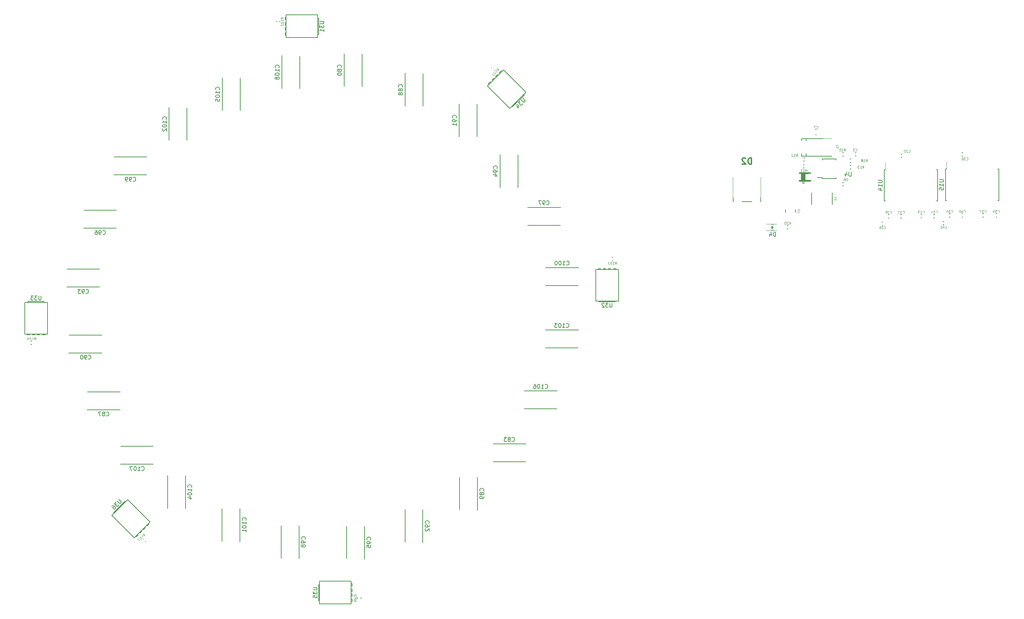
<source format=gbr>
G04 #@! TF.FileFunction,Legend,Bot*
%FSLAX46Y46*%
G04 Gerber Fmt 4.6, Leading zero omitted, Abs format (unit mm)*
G04 Created by KiCad (PCBNEW 4.0.1-stable) date 2/3/2016 11:10:25 AM*
%MOMM*%
G01*
G04 APERTURE LIST*
%ADD10C,0.100000*%
%ADD11C,0.127000*%
%ADD12C,0.150000*%
%ADD13C,0.381000*%
%ADD14C,0.119380*%
%ADD15C,0.304800*%
%ADD16C,0.074930*%
%ADD17C,0.076200*%
%ADD18C,0.060640*%
%ADD19C,0.086064*%
%ADD20C,0.080165*%
%ADD21C,0.080000*%
%ADD22C,4.464000*%
%ADD23C,8.160000*%
%ADD24C,1.797000*%
%ADD25R,2.950160X3.100020*%
%ADD26R,2.950160X4.199840*%
%ADD27R,3.092400X2.000200*%
%ADD28R,2.000200X3.600400*%
%ADD29R,6.899860X7.400240*%
%ADD30R,5.899100X2.249120*%
%ADD31O,2.398980X2.398980*%
%ADD32R,2.398980X2.398980*%
%ADD33R,1.800000X0.700000*%
%ADD34R,2.050000X3.250000*%
%ADD35C,1.050000*%
%ADD36R,1.000000X2.350000*%
%ADD37R,1.598880X1.598880*%
%ADD38C,2.150000*%
%ADD39C,2.400000*%
%ADD40C,1.136600*%
%ADD41R,2.830000X2.770000*%
%ADD42R,2.770000X2.830000*%
%ADD43R,1.300000X0.850000*%
%ADD44R,1.700000X4.850000*%
%ADD45R,3.450000X4.350000*%
%ADD46R,0.850000X1.300000*%
%ADD47R,4.850000X1.700000*%
%ADD48R,4.350000X3.450000*%
%ADD49R,1.314400X1.619200*%
%ADD50C,2.398980*%
%ADD51R,1.400760X1.299160*%
%ADD52R,1.299160X1.400760*%
%ADD53R,1.700480X1.898600*%
G04 APERTURE END LIST*
D10*
D11*
X210191798Y-47589998D02*
X210191798Y-51907998D01*
X216414798Y-47589998D02*
X216414798Y-51907998D01*
X216414798Y-51907998D02*
X209048798Y-51907998D01*
X209048798Y-51907998D02*
X209048798Y-47589998D01*
X209048798Y-47589998D02*
X216414798Y-47589998D01*
X205038138Y-63820598D02*
X207527338Y-63820598D01*
X207527338Y-67020998D02*
X205038138Y-67020998D01*
X205038138Y-66563798D02*
X207527338Y-66563798D01*
X207527338Y-64277798D02*
X205038138Y-64277798D01*
X207527338Y-63820598D02*
X207527338Y-67020998D01*
X205038138Y-67020998D02*
X205038138Y-63820598D01*
X198302280Y-57108260D02*
X198302280Y-55914460D01*
X198302280Y-55914460D02*
X192892080Y-55914460D01*
X192892080Y-55914460D02*
X192892080Y-57120960D01*
X193869980Y-63115360D02*
X193869980Y-66023660D01*
X192726980Y-66023660D02*
X192726980Y-63115360D01*
X193869980Y-66023660D02*
X192726980Y-66023660D01*
X198467380Y-66023660D02*
X197324380Y-66023660D01*
X197324380Y-66023660D02*
X197324380Y-63115360D01*
X198467380Y-63115360D02*
X198467380Y-66023660D01*
X192244380Y-63115360D02*
X192244380Y-57120960D01*
X192244380Y-57120960D02*
X198949980Y-57120960D01*
X198949980Y-57120960D02*
X198949980Y-63115360D01*
X192244380Y-63115360D02*
X198949980Y-63115360D01*
X216569738Y-60249358D02*
X211489738Y-60249358D01*
X216569738Y-64567358D02*
X211489738Y-64567358D01*
X216569738Y-65202358D02*
X216569738Y-59614358D01*
X216569738Y-59614358D02*
X211489738Y-59614358D01*
X211489738Y-59614358D02*
X211489738Y-65202358D01*
X211489738Y-65202358D02*
X216569738Y-65202358D01*
D12*
X214135638Y-57434397D02*
X214135638Y-57134397D01*
X217485638Y-57434397D02*
X217485638Y-57134397D01*
X217485638Y-52584397D02*
X217485638Y-52884397D01*
X214135638Y-52584397D02*
X214135638Y-52884397D01*
X214135638Y-57434397D02*
X217485638Y-57434397D01*
X214135638Y-52584397D02*
X217485638Y-52584397D01*
X214135638Y-57134397D02*
X212910638Y-57134397D01*
X229350466Y-55216548D02*
X229685466Y-55216548D01*
X229350466Y-62966548D02*
X229685466Y-62966548D01*
X242500466Y-62966548D02*
X242165466Y-62966548D01*
X242500466Y-55216548D02*
X242165466Y-55216548D01*
X229350466Y-55216548D02*
X229350466Y-62966548D01*
X242500466Y-55216548D02*
X242500466Y-62966548D01*
X229685466Y-55216548D02*
X229685466Y-53416548D01*
X244425366Y-55076848D02*
X244760366Y-55076848D01*
X244425366Y-62826848D02*
X244760366Y-62826848D01*
X257575366Y-62826848D02*
X257240366Y-62826848D01*
X257575366Y-55076848D02*
X257240366Y-55076848D01*
X244425366Y-55076848D02*
X244425366Y-62826848D01*
X257575366Y-55076848D02*
X257575366Y-62826848D01*
X244760366Y-55076848D02*
X244760366Y-53276848D01*
X200301238Y-68671298D02*
X203001238Y-68671298D01*
X200301238Y-70171298D02*
X203001238Y-70171298D01*
X201801238Y-69271298D02*
X201801238Y-69521298D01*
X201801238Y-69521298D02*
X201651238Y-69371298D01*
X201551238Y-69771298D02*
X201551238Y-69071298D01*
X201901238Y-69421298D02*
X202251238Y-69421298D01*
X201551238Y-69421298D02*
X201901238Y-69771298D01*
X201901238Y-69771298D02*
X201901238Y-69071298D01*
X201901238Y-69071298D02*
X201551238Y-69421298D01*
X100905040Y-26754880D02*
X100905040Y-34754880D01*
X96505040Y-34754880D02*
X96505040Y-26654880D01*
X141153242Y-127129800D02*
X133153242Y-127129800D01*
X133153242Y-122729800D02*
X141253242Y-122729800D01*
X33392640Y-109897720D02*
X41392640Y-109897720D01*
X41392640Y-114297720D02*
X33292640Y-114297720D01*
X115921520Y-31565640D02*
X115921520Y-39565640D01*
X111521520Y-39565640D02*
X111521520Y-31465640D01*
X124927640Y-138908800D02*
X124927640Y-130908800D01*
X129327640Y-130908800D02*
X129327640Y-139008800D01*
X28922240Y-95927720D02*
X36922240Y-95927720D01*
X36922240Y-100327720D02*
X28822240Y-100327720D01*
X129195560Y-39129760D02*
X129195560Y-47129760D01*
X124795560Y-47129760D02*
X124795560Y-39029760D01*
X111480880Y-146874240D02*
X111480880Y-138874240D01*
X115880880Y-138874240D02*
X115880880Y-146974240D01*
X28363440Y-79717440D02*
X36363440Y-79717440D01*
X36363440Y-84117440D02*
X28263440Y-84117440D01*
X139259040Y-51585920D02*
X139259040Y-59585920D01*
X134859040Y-59585920D02*
X134859040Y-51485920D01*
X97129880Y-150938240D02*
X97129880Y-142938240D01*
X101529880Y-142938240D02*
X101529880Y-151038240D01*
X32503640Y-65249600D02*
X40503640Y-65249600D01*
X40503640Y-69649600D02*
X32403640Y-69649600D01*
X149681680Y-68928240D02*
X141681680Y-68928240D01*
X141681680Y-64528240D02*
X149781680Y-64528240D01*
X81021200Y-150816320D02*
X81021200Y-142816320D01*
X85421200Y-142816320D02*
X85421200Y-150916320D01*
X39976320Y-52112720D02*
X47976320Y-52112720D01*
X47976320Y-56512720D02*
X39876320Y-56512720D01*
X154106360Y-83756760D02*
X146106360Y-83756760D01*
X146106360Y-79356760D02*
X154206360Y-79356760D01*
X66492400Y-146625320D02*
X66492400Y-138625320D01*
X70892400Y-138625320D02*
X70892400Y-146725320D01*
X57867280Y-39963762D02*
X57867280Y-47963762D01*
X53467280Y-47963762D02*
X53467280Y-39863762D01*
X154051362Y-99098360D02*
X146051362Y-99098360D01*
X146051362Y-94698360D02*
X154151362Y-94698360D01*
X53081200Y-138522720D02*
X53081200Y-130522720D01*
X57481200Y-130522720D02*
X57481200Y-138622720D01*
X70943200Y-32679042D02*
X70943200Y-40679042D01*
X66543200Y-40679042D02*
X66543200Y-32579042D01*
X148849442Y-114089440D02*
X140849442Y-114089440D01*
X140849442Y-109689440D02*
X148949442Y-109689440D01*
X41586680Y-123329240D02*
X49586680Y-123329240D01*
X49586680Y-127729240D02*
X41486680Y-127729240D01*
X85599000Y-27247640D02*
X85599000Y-35247640D01*
X81199000Y-35247640D02*
X81199000Y-27147640D01*
X90057440Y-21951600D02*
X90257440Y-21951600D01*
X90257440Y-21951600D02*
X90257440Y-17951600D01*
X90257440Y-17951600D02*
X90057440Y-17951600D01*
X82257440Y-18351600D02*
X82057440Y-18351600D01*
X82057440Y-18351600D02*
X82057440Y-17751600D01*
X82057440Y-17751600D02*
X82257440Y-17751600D01*
X82257440Y-19651600D02*
X82057440Y-19651600D01*
X82057440Y-19651600D02*
X82057440Y-19051600D01*
X82057440Y-19051600D02*
X82257440Y-19051600D01*
X82257440Y-20851600D02*
X82057440Y-20851600D01*
X82057440Y-20851600D02*
X82057440Y-20251600D01*
X82057440Y-20251600D02*
X82257440Y-20251600D01*
X82257440Y-22151600D02*
X82057440Y-22151600D01*
X82057440Y-22151600D02*
X82057440Y-21551600D01*
X82057440Y-21551600D02*
X82257440Y-21551600D01*
X90057440Y-22751600D02*
X90057440Y-17151600D01*
X90057440Y-17151600D02*
X82257440Y-17151600D01*
X82257440Y-17151600D02*
X82257440Y-22751600D01*
X82257440Y-22751600D02*
X90057440Y-22751600D01*
X159204280Y-87575120D02*
X159204280Y-87775120D01*
X159204280Y-87775120D02*
X163204280Y-87775120D01*
X163204280Y-87775120D02*
X163204280Y-87575120D01*
X162804280Y-79775120D02*
X162804280Y-79575120D01*
X162804280Y-79575120D02*
X163404280Y-79575120D01*
X163404280Y-79575120D02*
X163404280Y-79775120D01*
X161504280Y-79775120D02*
X161504280Y-79575120D01*
X161504280Y-79575120D02*
X162104280Y-79575120D01*
X162104280Y-79575120D02*
X162104280Y-79775120D01*
X160304280Y-79775120D02*
X160304280Y-79575120D01*
X160304280Y-79575120D02*
X160904280Y-79575120D01*
X160904280Y-79575120D02*
X160904280Y-79775120D01*
X159004280Y-79775120D02*
X159004280Y-79575120D01*
X159004280Y-79575120D02*
X159604280Y-79575120D01*
X159604280Y-79575120D02*
X159604280Y-79775120D01*
X158404280Y-87575120D02*
X164004280Y-87575120D01*
X164004280Y-87575120D02*
X164004280Y-79775120D01*
X164004280Y-79775120D02*
X158404280Y-79775120D01*
X158404280Y-79775120D02*
X158404280Y-87575120D01*
X22742280Y-87872640D02*
X22742280Y-87672640D01*
X22742280Y-87672640D02*
X18742280Y-87672640D01*
X18742280Y-87672640D02*
X18742280Y-87872640D01*
X19142280Y-95672640D02*
X19142280Y-95872640D01*
X19142280Y-95872640D02*
X18542280Y-95872640D01*
X18542280Y-95872640D02*
X18542280Y-95672640D01*
X20442280Y-95672640D02*
X20442280Y-95872640D01*
X20442280Y-95872640D02*
X19842280Y-95872640D01*
X19842280Y-95872640D02*
X19842280Y-95672640D01*
X21642280Y-95672640D02*
X21642280Y-95872640D01*
X21642280Y-95872640D02*
X21042280Y-95872640D01*
X21042280Y-95872640D02*
X21042280Y-95672640D01*
X22942280Y-95672640D02*
X22942280Y-95872640D01*
X22942280Y-95872640D02*
X22342280Y-95872640D01*
X22342280Y-95872640D02*
X22342280Y-95672640D01*
X23542280Y-87872640D02*
X17942280Y-87872640D01*
X17942280Y-87872640D02*
X17942280Y-95672640D01*
X17942280Y-95672640D02*
X23542280Y-95672640D01*
X23542280Y-95672640D02*
X23542280Y-87872640D01*
X137818343Y-39592130D02*
X137959764Y-39733551D01*
X137959764Y-39733551D02*
X140788191Y-36905124D01*
X140788191Y-36905124D02*
X140646770Y-36763703D01*
X134848494Y-31531113D02*
X134707073Y-31389691D01*
X134707073Y-31389691D02*
X135131337Y-30965427D01*
X135131337Y-30965427D02*
X135272758Y-31106849D01*
X133929256Y-32450352D02*
X133787834Y-32308930D01*
X133787834Y-32308930D02*
X134212098Y-31884666D01*
X134212098Y-31884666D02*
X134353520Y-32026087D01*
X133080727Y-33298880D02*
X132939306Y-33157458D01*
X132939306Y-33157458D02*
X133363570Y-32733194D01*
X133363570Y-32733194D02*
X133504992Y-32874616D01*
X132161489Y-34218118D02*
X132020067Y-34076697D01*
X132020067Y-34076697D02*
X132444331Y-33652433D01*
X132444331Y-33652433D02*
X132585753Y-33793854D01*
X137252657Y-40157815D02*
X141212455Y-36198017D01*
X141212455Y-36198017D02*
X135697023Y-30682585D01*
X135697023Y-30682585D02*
X131737225Y-34642383D01*
X131737225Y-34642383D02*
X137252657Y-40157815D01*
X90446400Y-157296000D02*
X90246400Y-157296000D01*
X90246400Y-157296000D02*
X90246400Y-161296000D01*
X90246400Y-161296000D02*
X90446400Y-161296000D01*
X98246400Y-160896000D02*
X98446400Y-160896000D01*
X98446400Y-160896000D02*
X98446400Y-161496000D01*
X98446400Y-161496000D02*
X98246400Y-161496000D01*
X98246400Y-159596000D02*
X98446400Y-159596000D01*
X98446400Y-159596000D02*
X98446400Y-160196000D01*
X98446400Y-160196000D02*
X98246400Y-160196000D01*
X98246400Y-158396000D02*
X98446400Y-158396000D01*
X98446400Y-158396000D02*
X98446400Y-158996000D01*
X98446400Y-158996000D02*
X98246400Y-158996000D01*
X98246400Y-157096000D02*
X98446400Y-157096000D01*
X98446400Y-157096000D02*
X98446400Y-157696000D01*
X98446400Y-157696000D02*
X98246400Y-157696000D01*
X90446400Y-156496000D02*
X90446400Y-162096000D01*
X90446400Y-162096000D02*
X98246400Y-162096000D01*
X98246400Y-162096000D02*
X98246400Y-156496000D01*
X98246400Y-156496000D02*
X90446400Y-156496000D01*
X42741377Y-136947830D02*
X42599956Y-136806409D01*
X42599956Y-136806409D02*
X39771529Y-139634836D01*
X39771529Y-139634836D02*
X39912950Y-139776257D01*
X45711226Y-145008847D02*
X45852647Y-145150269D01*
X45852647Y-145150269D02*
X45428383Y-145574533D01*
X45428383Y-145574533D02*
X45286962Y-145433111D01*
X46630464Y-144089608D02*
X46771886Y-144231030D01*
X46771886Y-144231030D02*
X46347622Y-144655294D01*
X46347622Y-144655294D02*
X46206200Y-144513873D01*
X47478993Y-143241080D02*
X47620414Y-143382502D01*
X47620414Y-143382502D02*
X47196150Y-143806766D01*
X47196150Y-143806766D02*
X47054728Y-143665344D01*
X48398231Y-142321842D02*
X48539653Y-142463263D01*
X48539653Y-142463263D02*
X48115389Y-142887527D01*
X48115389Y-142887527D02*
X47973967Y-142746106D01*
X43307063Y-136382145D02*
X39347265Y-140341943D01*
X39347265Y-140341943D02*
X44862697Y-145857375D01*
X44862697Y-145857375D02*
X48822495Y-141897577D01*
X48822495Y-141897577D02*
X43307063Y-136382145D01*
D13*
X208813998Y-56101539D02*
X208813998Y-57899859D01*
X209762358Y-57899859D02*
X209762358Y-56101539D01*
X209113718Y-57899859D02*
X209113718Y-56101539D01*
X209464238Y-56101539D02*
X209464238Y-57899859D01*
X208512858Y-57899859D02*
X211113818Y-57899859D01*
X211113818Y-57899859D02*
X211113818Y-56101539D01*
X211113818Y-56101539D02*
X208512858Y-56101539D01*
X208512858Y-56101539D02*
X208512858Y-57899859D01*
D11*
X100645600Y-161201000D02*
X99832800Y-161201000D01*
X99858200Y-160083400D02*
X100645600Y-160083400D01*
X99832800Y-159829400D02*
X99832800Y-161455000D01*
X99832800Y-161455000D02*
X100645600Y-161455000D01*
X100645600Y-161455000D02*
X100645600Y-159829400D01*
X100645600Y-159829400D02*
X99832800Y-159829400D01*
X219795538Y-51107898D02*
X219795538Y-51920698D01*
X218677938Y-51895298D02*
X218677938Y-51107898D01*
X218423938Y-51920698D02*
X220049538Y-51920698D01*
X220049538Y-51920698D02*
X220049538Y-51107898D01*
X220049538Y-51107898D02*
X218423938Y-51107898D01*
X218423938Y-51107898D02*
X218423938Y-51920698D01*
X210153698Y-54028897D02*
X210153698Y-54841697D01*
X209036098Y-54816297D02*
X209036098Y-54028897D01*
X208782098Y-54841697D02*
X210407698Y-54841697D01*
X210407698Y-54841697D02*
X210407698Y-54028897D01*
X210407698Y-54028897D02*
X208782098Y-54028897D01*
X208782098Y-54028897D02*
X208782098Y-54841697D01*
X210196878Y-52314398D02*
X210196878Y-53127198D01*
X209079278Y-53101798D02*
X209079278Y-52314398D01*
X208825278Y-53127198D02*
X210450878Y-53127198D01*
X210450878Y-53127198D02*
X210450878Y-52314398D01*
X210450878Y-52314398D02*
X208825278Y-52314398D01*
X208825278Y-52314398D02*
X208825278Y-53127198D01*
X220529598Y-55032198D02*
X220529598Y-54219398D01*
X221647198Y-54244798D02*
X221647198Y-55032198D01*
X221901198Y-54219398D02*
X220275598Y-54219398D01*
X220275598Y-54219398D02*
X220275598Y-55032198D01*
X220275598Y-55032198D02*
X221901198Y-55032198D01*
X221901198Y-55032198D02*
X221901198Y-54219398D01*
X220509278Y-53444698D02*
X220509278Y-52631898D01*
X221626878Y-52657298D02*
X221626878Y-53444698D01*
X221880878Y-52631898D02*
X220255278Y-52631898D01*
X220255278Y-52631898D02*
X220255278Y-53444698D01*
X220255278Y-53444698D02*
X221880878Y-53444698D01*
X221880878Y-53444698D02*
X221880878Y-52631898D01*
X205025439Y-69827698D02*
X205025439Y-69014898D01*
X206143039Y-69040298D02*
X206143039Y-69827698D01*
X206397039Y-69014898D02*
X204771439Y-69014898D01*
X204771439Y-69014898D02*
X204771439Y-69827698D01*
X204771439Y-69827698D02*
X206397039Y-69827698D01*
X206397039Y-69827698D02*
X206397039Y-69014898D01*
X79909040Y-18224400D02*
X80721840Y-18224400D01*
X80696440Y-19342000D02*
X79909040Y-19342000D01*
X80721840Y-19596000D02*
X80721840Y-17970400D01*
X80721840Y-17970400D02*
X79909040Y-17970400D01*
X79909040Y-17970400D02*
X79909040Y-19596000D01*
X79909040Y-19596000D02*
X80721840Y-19596000D01*
X163094040Y-76806960D02*
X163094040Y-77619760D01*
X161976440Y-77594360D02*
X161976440Y-76806960D01*
X161722440Y-77619760D02*
X163348040Y-77619760D01*
X163348040Y-77619760D02*
X163348040Y-76806960D01*
X163348040Y-76806960D02*
X161722440Y-76806960D01*
X161722440Y-76806960D02*
X161722440Y-77619760D01*
X19030320Y-98224240D02*
X19030320Y-97411440D01*
X20147920Y-97436840D02*
X20147920Y-98224240D01*
X20401920Y-97411440D02*
X18776320Y-97411440D01*
X18776320Y-97411440D02*
X18776320Y-98224240D01*
X18776320Y-98224240D02*
X20401920Y-98224240D01*
X20401920Y-98224240D02*
X20401920Y-97411440D01*
X133194243Y-29759301D02*
X133768979Y-30334037D01*
X132960756Y-31106339D02*
X132403981Y-30549563D01*
X132799112Y-31303905D02*
X133948585Y-30154432D01*
X133948585Y-30154432D02*
X133373848Y-29579695D01*
X133373848Y-29579695D02*
X132224375Y-30729168D01*
X132224375Y-30729168D02*
X132799112Y-31303905D01*
X47289277Y-147151499D02*
X46714541Y-146576763D01*
X47522764Y-145804461D02*
X48079539Y-146361237D01*
X47684408Y-145606895D02*
X46534935Y-146756368D01*
X46534935Y-146756368D02*
X47109672Y-147331105D01*
X47109672Y-147331105D02*
X48259145Y-146181632D01*
X48259145Y-146181632D02*
X47684408Y-145606895D01*
X221789438Y-51857198D02*
X221789438Y-51044398D01*
X222907038Y-51069798D02*
X222907038Y-51857198D01*
X223161038Y-51044398D02*
X221535438Y-51044398D01*
X221535438Y-51044398D02*
X221535438Y-51857198D01*
X221535438Y-51857198D02*
X223161038Y-51857198D01*
X223161038Y-51857198D02*
X223161038Y-51044398D01*
X218677938Y-59223198D02*
X218677938Y-58410398D01*
X219795538Y-58435798D02*
X219795538Y-59223198D01*
X220049538Y-58410398D02*
X218423938Y-58410398D01*
X218423938Y-58410398D02*
X218423938Y-59223198D01*
X218423938Y-59223198D02*
X220049538Y-59223198D01*
X220049538Y-59223198D02*
X220049538Y-58410398D01*
X234170326Y-51377568D02*
X234170326Y-52190368D01*
X233052726Y-52164968D02*
X233052726Y-51377568D01*
X232798726Y-52190368D02*
X234424326Y-52190368D01*
X234424326Y-52190368D02*
X234424326Y-51377568D01*
X234424326Y-51377568D02*
X232798726Y-51377568D01*
X232798726Y-51377568D02*
X232798726Y-52190368D01*
X237911746Y-67100168D02*
X237911746Y-66287368D01*
X239029346Y-66312768D02*
X239029346Y-67100168D01*
X239283346Y-66287368D02*
X237657746Y-66287368D01*
X237657746Y-66287368D02*
X237657746Y-67100168D01*
X237657746Y-67100168D02*
X239283346Y-67100168D01*
X239283346Y-67100168D02*
X239283346Y-66287368D01*
X229872646Y-67125568D02*
X229872646Y-66312768D01*
X230990246Y-66338168D02*
X230990246Y-67125568D01*
X231244246Y-66312768D02*
X229618646Y-66312768D01*
X229618646Y-66312768D02*
X229618646Y-67125568D01*
X229618646Y-67125568D02*
X231244246Y-67125568D01*
X231244246Y-67125568D02*
X231244246Y-66312768D01*
X241124846Y-67100168D02*
X241124846Y-66287368D01*
X242242446Y-66312768D02*
X242242446Y-67100168D01*
X242496446Y-66287368D02*
X240870846Y-66287368D01*
X240870846Y-66287368D02*
X240870846Y-67100168D01*
X240870846Y-67100168D02*
X242496446Y-67100168D01*
X242496446Y-67100168D02*
X242496446Y-66287368D01*
X232963826Y-67125568D02*
X232963826Y-66312768D01*
X234081426Y-66338168D02*
X234081426Y-67125568D01*
X234335426Y-66312768D02*
X232709826Y-66312768D01*
X232709826Y-66312768D02*
X232709826Y-67125568D01*
X232709826Y-67125568D02*
X234335426Y-67125568D01*
X234335426Y-67125568D02*
X234335426Y-66312768D01*
X229466246Y-68141568D02*
X229466246Y-68954368D01*
X228348646Y-68928968D02*
X228348646Y-68141568D01*
X228094646Y-68954368D02*
X229720246Y-68954368D01*
X229720246Y-68954368D02*
X229720246Y-68141568D01*
X229720246Y-68141568D02*
X228094646Y-68141568D01*
X228094646Y-68141568D02*
X228094646Y-68954368D01*
X249181726Y-51110868D02*
X249181726Y-51923668D01*
X248064126Y-51898268D02*
X248064126Y-51110868D01*
X247810126Y-51923668D02*
X249435726Y-51923668D01*
X249435726Y-51923668D02*
X249435726Y-51110868D01*
X249435726Y-51110868D02*
X247810126Y-51110868D01*
X247810126Y-51110868D02*
X247810126Y-51923668D01*
X253093326Y-66909668D02*
X253093326Y-66096868D01*
X254210926Y-66122268D02*
X254210926Y-66909668D01*
X254464926Y-66096868D02*
X252839326Y-66096868D01*
X252839326Y-66096868D02*
X252839326Y-66909668D01*
X252839326Y-66909668D02*
X254464926Y-66909668D01*
X254464926Y-66909668D02*
X254464926Y-66096868D01*
X244901826Y-66884268D02*
X244901826Y-66071468D01*
X246019426Y-66096868D02*
X246019426Y-66884268D01*
X246273426Y-66071468D02*
X244647826Y-66071468D01*
X244647826Y-66071468D02*
X244647826Y-66884268D01*
X244647826Y-66884268D02*
X246273426Y-66884268D01*
X246273426Y-66884268D02*
X246273426Y-66071468D01*
X256369926Y-66909668D02*
X256369926Y-66096868D01*
X257487526Y-66122268D02*
X257487526Y-66909668D01*
X257741526Y-66096868D02*
X256115926Y-66096868D01*
X256115926Y-66096868D02*
X256115926Y-66909668D01*
X256115926Y-66909668D02*
X257741526Y-66909668D01*
X257741526Y-66909668D02*
X257741526Y-66096868D01*
X248000626Y-66884268D02*
X248000626Y-66071468D01*
X249118226Y-66096868D02*
X249118226Y-66884268D01*
X249372226Y-66071468D02*
X247746626Y-66071468D01*
X247746626Y-66071468D02*
X247746626Y-66884268D01*
X247746626Y-66884268D02*
X249372226Y-66884268D01*
X249372226Y-66884268D02*
X249372226Y-66071468D01*
X244490346Y-67989168D02*
X244490346Y-68801968D01*
X243372746Y-68776568D02*
X243372746Y-67989168D01*
X243118746Y-68801968D02*
X244744346Y-68801968D01*
X244744346Y-68801968D02*
X244744346Y-67989168D01*
X244744346Y-67989168D02*
X243118746Y-67989168D01*
X243118746Y-67989168D02*
X243118746Y-68801968D01*
X211916680Y-45411560D02*
X211916680Y-46681560D01*
X213186680Y-45411560D02*
X213186680Y-46656160D01*
X213567680Y-45411560D02*
X211535680Y-45411560D01*
X211535680Y-45411560D02*
X211535680Y-46681560D01*
X211535680Y-46681560D02*
X213567680Y-46681560D01*
X213567680Y-46681560D02*
X213567680Y-45411560D01*
D14*
X217954945Y-49462402D02*
X217978773Y-49438574D01*
X218002600Y-49367091D01*
X218002600Y-49319436D01*
X217978773Y-49247953D01*
X217931118Y-49200298D01*
X217883462Y-49176470D01*
X217788152Y-49152642D01*
X217716669Y-49152642D01*
X217621358Y-49176470D01*
X217573703Y-49200298D01*
X217526048Y-49247953D01*
X217502220Y-49319436D01*
X217502220Y-49367091D01*
X217526048Y-49438574D01*
X217549876Y-49462402D01*
X218002600Y-49938954D02*
X218002600Y-49653022D01*
X218002600Y-49795988D02*
X217502220Y-49795988D01*
X217573703Y-49748333D01*
X217621358Y-49700678D01*
X217645186Y-49653022D01*
X208539387Y-65343364D02*
X208563215Y-65319536D01*
X208587042Y-65248053D01*
X208587042Y-65200398D01*
X208563215Y-65128915D01*
X208515560Y-65081260D01*
X208467904Y-65057432D01*
X208372594Y-65033604D01*
X208301111Y-65033604D01*
X208205800Y-65057432D01*
X208158145Y-65081260D01*
X208110490Y-65128915D01*
X208086662Y-65200398D01*
X208086662Y-65248053D01*
X208110490Y-65319536D01*
X208134318Y-65343364D01*
X208086662Y-65510157D02*
X208086662Y-65843744D01*
X208587042Y-65629295D01*
D15*
X196722037Y-53873389D02*
X196722037Y-52349389D01*
X196359180Y-52349389D01*
X196141465Y-52421960D01*
X195996323Y-52567103D01*
X195923751Y-52712246D01*
X195851180Y-53002531D01*
X195851180Y-53220246D01*
X195923751Y-53510531D01*
X195996323Y-53655674D01*
X196141465Y-53800817D01*
X196359180Y-53873389D01*
X196722037Y-53873389D01*
X195270608Y-52494531D02*
X195198037Y-52421960D01*
X195052894Y-52349389D01*
X194690037Y-52349389D01*
X194544894Y-52421960D01*
X194472323Y-52494531D01*
X194399751Y-52639674D01*
X194399751Y-52784817D01*
X194472323Y-53002531D01*
X195343180Y-53873389D01*
X194399751Y-53873389D01*
D14*
X217558100Y-62324961D02*
X217558100Y-62086685D01*
X217057720Y-62086685D01*
X217558100Y-62753859D02*
X217558100Y-62467927D01*
X217558100Y-62610893D02*
X217057720Y-62610893D01*
X217129203Y-62563238D01*
X217176858Y-62515583D01*
X217200686Y-62467927D01*
D12*
X221268643Y-55856178D02*
X221268643Y-56665702D01*
X221221024Y-56760940D01*
X221173405Y-56808559D01*
X221078167Y-56856178D01*
X220887690Y-56856178D01*
X220792452Y-56808559D01*
X220744833Y-56760940D01*
X220697214Y-56665702D01*
X220697214Y-55856178D01*
X219792452Y-56189511D02*
X219792452Y-56856178D01*
X220030548Y-55808559D02*
X220268643Y-56522845D01*
X219649595Y-56522845D01*
X227877847Y-57853453D02*
X228687371Y-57853453D01*
X228782609Y-57901072D01*
X228830228Y-57948691D01*
X228877847Y-58043929D01*
X228877847Y-58234406D01*
X228830228Y-58329644D01*
X228782609Y-58377263D01*
X228687371Y-58424882D01*
X227877847Y-58424882D01*
X228877847Y-59424882D02*
X228877847Y-58853453D01*
X228877847Y-59139167D02*
X227877847Y-59139167D01*
X228020704Y-59043929D01*
X228115942Y-58948691D01*
X228163561Y-58853453D01*
X228211180Y-60282025D02*
X228877847Y-60282025D01*
X227830228Y-60043929D02*
X228544514Y-59805834D01*
X228544514Y-60424882D01*
X242952747Y-57713753D02*
X243762271Y-57713753D01*
X243857509Y-57761372D01*
X243905128Y-57808991D01*
X243952747Y-57904229D01*
X243952747Y-58094706D01*
X243905128Y-58189944D01*
X243857509Y-58237563D01*
X243762271Y-58285182D01*
X242952747Y-58285182D01*
X243952747Y-59285182D02*
X243952747Y-58713753D01*
X243952747Y-58999467D02*
X242952747Y-58999467D01*
X243095604Y-58904229D01*
X243190842Y-58808991D01*
X243238461Y-58713753D01*
X242952747Y-60189944D02*
X242952747Y-59713753D01*
X243428937Y-59666134D01*
X243381318Y-59713753D01*
X243333699Y-59808991D01*
X243333699Y-60047087D01*
X243381318Y-60142325D01*
X243428937Y-60189944D01*
X243524176Y-60237563D01*
X243762271Y-60237563D01*
X243857509Y-60189944D01*
X243905128Y-60142325D01*
X243952747Y-60047087D01*
X243952747Y-59808991D01*
X243905128Y-59713753D01*
X243857509Y-59666134D01*
X202639333Y-71623679D02*
X202639333Y-70623679D01*
X202401238Y-70623679D01*
X202258380Y-70671298D01*
X202163142Y-70766536D01*
X202115523Y-70861774D01*
X202067904Y-71052250D01*
X202067904Y-71195108D01*
X202115523Y-71385584D01*
X202163142Y-71480822D01*
X202258380Y-71576060D01*
X202401238Y-71623679D01*
X202639333Y-71623679D01*
X201210761Y-70957012D02*
X201210761Y-71623679D01*
X201448857Y-70576060D02*
X201686952Y-71290346D01*
X201067904Y-71290346D01*
X95762723Y-30111363D02*
X95810342Y-30063744D01*
X95857961Y-29920887D01*
X95857961Y-29825649D01*
X95810342Y-29682791D01*
X95715104Y-29587553D01*
X95619866Y-29539934D01*
X95429390Y-29492315D01*
X95286532Y-29492315D01*
X95096056Y-29539934D01*
X95000818Y-29587553D01*
X94905580Y-29682791D01*
X94857961Y-29825649D01*
X94857961Y-29920887D01*
X94905580Y-30063744D01*
X94953199Y-30111363D01*
X95286532Y-30682791D02*
X95238913Y-30587553D01*
X95191294Y-30539934D01*
X95096056Y-30492315D01*
X95048437Y-30492315D01*
X94953199Y-30539934D01*
X94905580Y-30587553D01*
X94857961Y-30682791D01*
X94857961Y-30873268D01*
X94905580Y-30968506D01*
X94953199Y-31016125D01*
X95048437Y-31063744D01*
X95096056Y-31063744D01*
X95191294Y-31016125D01*
X95238913Y-30968506D01*
X95286532Y-30873268D01*
X95286532Y-30682791D01*
X95334151Y-30587553D01*
X95381770Y-30539934D01*
X95477009Y-30492315D01*
X95667485Y-30492315D01*
X95762723Y-30539934D01*
X95810342Y-30587553D01*
X95857961Y-30682791D01*
X95857961Y-30873268D01*
X95810342Y-30968506D01*
X95762723Y-31016125D01*
X95667485Y-31063744D01*
X95477009Y-31063744D01*
X95381770Y-31016125D01*
X95334151Y-30968506D01*
X95286532Y-30873268D01*
X94857961Y-31682791D02*
X94857961Y-31778030D01*
X94905580Y-31873268D01*
X94953199Y-31920887D01*
X95048437Y-31968506D01*
X95238913Y-32016125D01*
X95477009Y-32016125D01*
X95667485Y-31968506D01*
X95762723Y-31920887D01*
X95810342Y-31873268D01*
X95857961Y-31778030D01*
X95857961Y-31682791D01*
X95810342Y-31587553D01*
X95762723Y-31539934D01*
X95667485Y-31492315D01*
X95477009Y-31444696D01*
X95238913Y-31444696D01*
X95048437Y-31492315D01*
X94953199Y-31539934D01*
X94905580Y-31587553D01*
X94857961Y-31682791D01*
X137796759Y-121987483D02*
X137844378Y-122035102D01*
X137987235Y-122082721D01*
X138082473Y-122082721D01*
X138225331Y-122035102D01*
X138320569Y-121939864D01*
X138368188Y-121844626D01*
X138415807Y-121654150D01*
X138415807Y-121511292D01*
X138368188Y-121320816D01*
X138320569Y-121225578D01*
X138225331Y-121130340D01*
X138082473Y-121082721D01*
X137987235Y-121082721D01*
X137844378Y-121130340D01*
X137796759Y-121177959D01*
X137225331Y-121511292D02*
X137320569Y-121463673D01*
X137368188Y-121416054D01*
X137415807Y-121320816D01*
X137415807Y-121273197D01*
X137368188Y-121177959D01*
X137320569Y-121130340D01*
X137225331Y-121082721D01*
X137034854Y-121082721D01*
X136939616Y-121130340D01*
X136891997Y-121177959D01*
X136844378Y-121273197D01*
X136844378Y-121320816D01*
X136891997Y-121416054D01*
X136939616Y-121463673D01*
X137034854Y-121511292D01*
X137225331Y-121511292D01*
X137320569Y-121558911D01*
X137368188Y-121606530D01*
X137415807Y-121701769D01*
X137415807Y-121892245D01*
X137368188Y-121987483D01*
X137320569Y-122035102D01*
X137225331Y-122082721D01*
X137034854Y-122082721D01*
X136939616Y-122035102D01*
X136891997Y-121987483D01*
X136844378Y-121892245D01*
X136844378Y-121701769D01*
X136891997Y-121606530D01*
X136939616Y-121558911D01*
X137034854Y-121511292D01*
X136511045Y-121082721D02*
X135891997Y-121082721D01*
X136225331Y-121463673D01*
X136082473Y-121463673D01*
X135987235Y-121511292D01*
X135939616Y-121558911D01*
X135891997Y-121654150D01*
X135891997Y-121892245D01*
X135939616Y-121987483D01*
X135987235Y-122035102D01*
X136082473Y-122082721D01*
X136368188Y-122082721D01*
X136463426Y-122035102D01*
X136511045Y-121987483D01*
X38034837Y-115754323D02*
X38082456Y-115801942D01*
X38225313Y-115849561D01*
X38320551Y-115849561D01*
X38463409Y-115801942D01*
X38558647Y-115706704D01*
X38606266Y-115611466D01*
X38653885Y-115420990D01*
X38653885Y-115278132D01*
X38606266Y-115087656D01*
X38558647Y-114992418D01*
X38463409Y-114897180D01*
X38320551Y-114849561D01*
X38225313Y-114849561D01*
X38082456Y-114897180D01*
X38034837Y-114944799D01*
X37463409Y-115278132D02*
X37558647Y-115230513D01*
X37606266Y-115182894D01*
X37653885Y-115087656D01*
X37653885Y-115040037D01*
X37606266Y-114944799D01*
X37558647Y-114897180D01*
X37463409Y-114849561D01*
X37272932Y-114849561D01*
X37177694Y-114897180D01*
X37130075Y-114944799D01*
X37082456Y-115040037D01*
X37082456Y-115087656D01*
X37130075Y-115182894D01*
X37177694Y-115230513D01*
X37272932Y-115278132D01*
X37463409Y-115278132D01*
X37558647Y-115325751D01*
X37606266Y-115373370D01*
X37653885Y-115468609D01*
X37653885Y-115659085D01*
X37606266Y-115754323D01*
X37558647Y-115801942D01*
X37463409Y-115849561D01*
X37272932Y-115849561D01*
X37177694Y-115801942D01*
X37130075Y-115754323D01*
X37082456Y-115659085D01*
X37082456Y-115468609D01*
X37130075Y-115373370D01*
X37177694Y-115325751D01*
X37272932Y-115278132D01*
X36749123Y-114849561D02*
X36082456Y-114849561D01*
X36511028Y-115849561D01*
X110779203Y-34922123D02*
X110826822Y-34874504D01*
X110874441Y-34731647D01*
X110874441Y-34636409D01*
X110826822Y-34493551D01*
X110731584Y-34398313D01*
X110636346Y-34350694D01*
X110445870Y-34303075D01*
X110303012Y-34303075D01*
X110112536Y-34350694D01*
X110017298Y-34398313D01*
X109922060Y-34493551D01*
X109874441Y-34636409D01*
X109874441Y-34731647D01*
X109922060Y-34874504D01*
X109969679Y-34922123D01*
X110303012Y-35493551D02*
X110255393Y-35398313D01*
X110207774Y-35350694D01*
X110112536Y-35303075D01*
X110064917Y-35303075D01*
X109969679Y-35350694D01*
X109922060Y-35398313D01*
X109874441Y-35493551D01*
X109874441Y-35684028D01*
X109922060Y-35779266D01*
X109969679Y-35826885D01*
X110064917Y-35874504D01*
X110112536Y-35874504D01*
X110207774Y-35826885D01*
X110255393Y-35779266D01*
X110303012Y-35684028D01*
X110303012Y-35493551D01*
X110350631Y-35398313D01*
X110398250Y-35350694D01*
X110493489Y-35303075D01*
X110683965Y-35303075D01*
X110779203Y-35350694D01*
X110826822Y-35398313D01*
X110874441Y-35493551D01*
X110874441Y-35684028D01*
X110826822Y-35779266D01*
X110779203Y-35826885D01*
X110683965Y-35874504D01*
X110493489Y-35874504D01*
X110398250Y-35826885D01*
X110350631Y-35779266D01*
X110303012Y-35684028D01*
X110303012Y-36445932D02*
X110255393Y-36350694D01*
X110207774Y-36303075D01*
X110112536Y-36255456D01*
X110064917Y-36255456D01*
X109969679Y-36303075D01*
X109922060Y-36350694D01*
X109874441Y-36445932D01*
X109874441Y-36636409D01*
X109922060Y-36731647D01*
X109969679Y-36779266D01*
X110064917Y-36826885D01*
X110112536Y-36826885D01*
X110207774Y-36779266D01*
X110255393Y-36731647D01*
X110303012Y-36636409D01*
X110303012Y-36445932D01*
X110350631Y-36350694D01*
X110398250Y-36303075D01*
X110493489Y-36255456D01*
X110683965Y-36255456D01*
X110779203Y-36303075D01*
X110826822Y-36350694D01*
X110874441Y-36445932D01*
X110874441Y-36636409D01*
X110826822Y-36731647D01*
X110779203Y-36779266D01*
X110683965Y-36826885D01*
X110493489Y-36826885D01*
X110398250Y-36779266D01*
X110350631Y-36731647D01*
X110303012Y-36636409D01*
X130784243Y-134266603D02*
X130831862Y-134218984D01*
X130879481Y-134076127D01*
X130879481Y-133980889D01*
X130831862Y-133838031D01*
X130736624Y-133742793D01*
X130641386Y-133695174D01*
X130450910Y-133647555D01*
X130308052Y-133647555D01*
X130117576Y-133695174D01*
X130022338Y-133742793D01*
X129927100Y-133838031D01*
X129879481Y-133980889D01*
X129879481Y-134076127D01*
X129927100Y-134218984D01*
X129974719Y-134266603D01*
X130308052Y-134838031D02*
X130260433Y-134742793D01*
X130212814Y-134695174D01*
X130117576Y-134647555D01*
X130069957Y-134647555D01*
X129974719Y-134695174D01*
X129927100Y-134742793D01*
X129879481Y-134838031D01*
X129879481Y-135028508D01*
X129927100Y-135123746D01*
X129974719Y-135171365D01*
X130069957Y-135218984D01*
X130117576Y-135218984D01*
X130212814Y-135171365D01*
X130260433Y-135123746D01*
X130308052Y-135028508D01*
X130308052Y-134838031D01*
X130355671Y-134742793D01*
X130403290Y-134695174D01*
X130498529Y-134647555D01*
X130689005Y-134647555D01*
X130784243Y-134695174D01*
X130831862Y-134742793D01*
X130879481Y-134838031D01*
X130879481Y-135028508D01*
X130831862Y-135123746D01*
X130784243Y-135171365D01*
X130689005Y-135218984D01*
X130498529Y-135218984D01*
X130403290Y-135171365D01*
X130355671Y-135123746D01*
X130308052Y-135028508D01*
X130879481Y-135695174D02*
X130879481Y-135885650D01*
X130831862Y-135980889D01*
X130784243Y-136028508D01*
X130641386Y-136123746D01*
X130450910Y-136171365D01*
X130069957Y-136171365D01*
X129974719Y-136123746D01*
X129927100Y-136076127D01*
X129879481Y-135980889D01*
X129879481Y-135790412D01*
X129927100Y-135695174D01*
X129974719Y-135647555D01*
X130069957Y-135599936D01*
X130308052Y-135599936D01*
X130403290Y-135647555D01*
X130450910Y-135695174D01*
X130498529Y-135790412D01*
X130498529Y-135980889D01*
X130450910Y-136076127D01*
X130403290Y-136123746D01*
X130308052Y-136171365D01*
X33564437Y-101784323D02*
X33612056Y-101831942D01*
X33754913Y-101879561D01*
X33850151Y-101879561D01*
X33993009Y-101831942D01*
X34088247Y-101736704D01*
X34135866Y-101641466D01*
X34183485Y-101450990D01*
X34183485Y-101308132D01*
X34135866Y-101117656D01*
X34088247Y-101022418D01*
X33993009Y-100927180D01*
X33850151Y-100879561D01*
X33754913Y-100879561D01*
X33612056Y-100927180D01*
X33564437Y-100974799D01*
X33088247Y-101879561D02*
X32897771Y-101879561D01*
X32802532Y-101831942D01*
X32754913Y-101784323D01*
X32659675Y-101641466D01*
X32612056Y-101450990D01*
X32612056Y-101070037D01*
X32659675Y-100974799D01*
X32707294Y-100927180D01*
X32802532Y-100879561D01*
X32993009Y-100879561D01*
X33088247Y-100927180D01*
X33135866Y-100974799D01*
X33183485Y-101070037D01*
X33183485Y-101308132D01*
X33135866Y-101403370D01*
X33088247Y-101450990D01*
X32993009Y-101498609D01*
X32802532Y-101498609D01*
X32707294Y-101450990D01*
X32659675Y-101403370D01*
X32612056Y-101308132D01*
X31993009Y-100879561D02*
X31897770Y-100879561D01*
X31802532Y-100927180D01*
X31754913Y-100974799D01*
X31707294Y-101070037D01*
X31659675Y-101260513D01*
X31659675Y-101498609D01*
X31707294Y-101689085D01*
X31754913Y-101784323D01*
X31802532Y-101831942D01*
X31897770Y-101879561D01*
X31993009Y-101879561D01*
X32088247Y-101831942D01*
X32135866Y-101784323D01*
X32183485Y-101689085D01*
X32231104Y-101498609D01*
X32231104Y-101260513D01*
X32183485Y-101070037D01*
X32135866Y-100974799D01*
X32088247Y-100927180D01*
X31993009Y-100879561D01*
X124053243Y-42486243D02*
X124100862Y-42438624D01*
X124148481Y-42295767D01*
X124148481Y-42200529D01*
X124100862Y-42057671D01*
X124005624Y-41962433D01*
X123910386Y-41914814D01*
X123719910Y-41867195D01*
X123577052Y-41867195D01*
X123386576Y-41914814D01*
X123291338Y-41962433D01*
X123196100Y-42057671D01*
X123148481Y-42200529D01*
X123148481Y-42295767D01*
X123196100Y-42438624D01*
X123243719Y-42486243D01*
X124148481Y-42962433D02*
X124148481Y-43152909D01*
X124100862Y-43248148D01*
X124053243Y-43295767D01*
X123910386Y-43391005D01*
X123719910Y-43438624D01*
X123338957Y-43438624D01*
X123243719Y-43391005D01*
X123196100Y-43343386D01*
X123148481Y-43248148D01*
X123148481Y-43057671D01*
X123196100Y-42962433D01*
X123243719Y-42914814D01*
X123338957Y-42867195D01*
X123577052Y-42867195D01*
X123672290Y-42914814D01*
X123719910Y-42962433D01*
X123767529Y-43057671D01*
X123767529Y-43248148D01*
X123719910Y-43343386D01*
X123672290Y-43391005D01*
X123577052Y-43438624D01*
X124148481Y-44391005D02*
X124148481Y-43819576D01*
X124148481Y-44105290D02*
X123148481Y-44105290D01*
X123291338Y-44010052D01*
X123386576Y-43914814D01*
X123434195Y-43819576D01*
X117337483Y-142232043D02*
X117385102Y-142184424D01*
X117432721Y-142041567D01*
X117432721Y-141946329D01*
X117385102Y-141803471D01*
X117289864Y-141708233D01*
X117194626Y-141660614D01*
X117004150Y-141612995D01*
X116861292Y-141612995D01*
X116670816Y-141660614D01*
X116575578Y-141708233D01*
X116480340Y-141803471D01*
X116432721Y-141946329D01*
X116432721Y-142041567D01*
X116480340Y-142184424D01*
X116527959Y-142232043D01*
X117432721Y-142708233D02*
X117432721Y-142898709D01*
X117385102Y-142993948D01*
X117337483Y-143041567D01*
X117194626Y-143136805D01*
X117004150Y-143184424D01*
X116623197Y-143184424D01*
X116527959Y-143136805D01*
X116480340Y-143089186D01*
X116432721Y-142993948D01*
X116432721Y-142803471D01*
X116480340Y-142708233D01*
X116527959Y-142660614D01*
X116623197Y-142612995D01*
X116861292Y-142612995D01*
X116956530Y-142660614D01*
X117004150Y-142708233D01*
X117051769Y-142803471D01*
X117051769Y-142993948D01*
X117004150Y-143089186D01*
X116956530Y-143136805D01*
X116861292Y-143184424D01*
X116527959Y-143565376D02*
X116480340Y-143612995D01*
X116432721Y-143708233D01*
X116432721Y-143946329D01*
X116480340Y-144041567D01*
X116527959Y-144089186D01*
X116623197Y-144136805D01*
X116718435Y-144136805D01*
X116861292Y-144089186D01*
X117432721Y-143517757D01*
X117432721Y-144136805D01*
X33005637Y-85574043D02*
X33053256Y-85621662D01*
X33196113Y-85669281D01*
X33291351Y-85669281D01*
X33434209Y-85621662D01*
X33529447Y-85526424D01*
X33577066Y-85431186D01*
X33624685Y-85240710D01*
X33624685Y-85097852D01*
X33577066Y-84907376D01*
X33529447Y-84812138D01*
X33434209Y-84716900D01*
X33291351Y-84669281D01*
X33196113Y-84669281D01*
X33053256Y-84716900D01*
X33005637Y-84764519D01*
X32529447Y-85669281D02*
X32338971Y-85669281D01*
X32243732Y-85621662D01*
X32196113Y-85574043D01*
X32100875Y-85431186D01*
X32053256Y-85240710D01*
X32053256Y-84859757D01*
X32100875Y-84764519D01*
X32148494Y-84716900D01*
X32243732Y-84669281D01*
X32434209Y-84669281D01*
X32529447Y-84716900D01*
X32577066Y-84764519D01*
X32624685Y-84859757D01*
X32624685Y-85097852D01*
X32577066Y-85193090D01*
X32529447Y-85240710D01*
X32434209Y-85288329D01*
X32243732Y-85288329D01*
X32148494Y-85240710D01*
X32100875Y-85193090D01*
X32053256Y-85097852D01*
X31719923Y-84669281D02*
X31100875Y-84669281D01*
X31434209Y-85050233D01*
X31291351Y-85050233D01*
X31196113Y-85097852D01*
X31148494Y-85145471D01*
X31100875Y-85240710D01*
X31100875Y-85478805D01*
X31148494Y-85574043D01*
X31196113Y-85621662D01*
X31291351Y-85669281D01*
X31577066Y-85669281D01*
X31672304Y-85621662D01*
X31719923Y-85574043D01*
X134116723Y-54942403D02*
X134164342Y-54894784D01*
X134211961Y-54751927D01*
X134211961Y-54656689D01*
X134164342Y-54513831D01*
X134069104Y-54418593D01*
X133973866Y-54370974D01*
X133783390Y-54323355D01*
X133640532Y-54323355D01*
X133450056Y-54370974D01*
X133354818Y-54418593D01*
X133259580Y-54513831D01*
X133211961Y-54656689D01*
X133211961Y-54751927D01*
X133259580Y-54894784D01*
X133307199Y-54942403D01*
X134211961Y-55418593D02*
X134211961Y-55609069D01*
X134164342Y-55704308D01*
X134116723Y-55751927D01*
X133973866Y-55847165D01*
X133783390Y-55894784D01*
X133402437Y-55894784D01*
X133307199Y-55847165D01*
X133259580Y-55799546D01*
X133211961Y-55704308D01*
X133211961Y-55513831D01*
X133259580Y-55418593D01*
X133307199Y-55370974D01*
X133402437Y-55323355D01*
X133640532Y-55323355D01*
X133735770Y-55370974D01*
X133783390Y-55418593D01*
X133831009Y-55513831D01*
X133831009Y-55704308D01*
X133783390Y-55799546D01*
X133735770Y-55847165D01*
X133640532Y-55894784D01*
X133545294Y-56751927D02*
X134211961Y-56751927D01*
X133164342Y-56513831D02*
X133878628Y-56275736D01*
X133878628Y-56894784D01*
X102986483Y-146296043D02*
X103034102Y-146248424D01*
X103081721Y-146105567D01*
X103081721Y-146010329D01*
X103034102Y-145867471D01*
X102938864Y-145772233D01*
X102843626Y-145724614D01*
X102653150Y-145676995D01*
X102510292Y-145676995D01*
X102319816Y-145724614D01*
X102224578Y-145772233D01*
X102129340Y-145867471D01*
X102081721Y-146010329D01*
X102081721Y-146105567D01*
X102129340Y-146248424D01*
X102176959Y-146296043D01*
X103081721Y-146772233D02*
X103081721Y-146962709D01*
X103034102Y-147057948D01*
X102986483Y-147105567D01*
X102843626Y-147200805D01*
X102653150Y-147248424D01*
X102272197Y-147248424D01*
X102176959Y-147200805D01*
X102129340Y-147153186D01*
X102081721Y-147057948D01*
X102081721Y-146867471D01*
X102129340Y-146772233D01*
X102176959Y-146724614D01*
X102272197Y-146676995D01*
X102510292Y-146676995D01*
X102605530Y-146724614D01*
X102653150Y-146772233D01*
X102700769Y-146867471D01*
X102700769Y-147057948D01*
X102653150Y-147153186D01*
X102605530Y-147200805D01*
X102510292Y-147248424D01*
X102081721Y-148153186D02*
X102081721Y-147676995D01*
X102557911Y-147629376D01*
X102510292Y-147676995D01*
X102462673Y-147772233D01*
X102462673Y-148010329D01*
X102510292Y-148105567D01*
X102557911Y-148153186D01*
X102653150Y-148200805D01*
X102891245Y-148200805D01*
X102986483Y-148153186D01*
X103034102Y-148105567D01*
X103081721Y-148010329D01*
X103081721Y-147772233D01*
X103034102Y-147676995D01*
X102986483Y-147629376D01*
X37145837Y-71106203D02*
X37193456Y-71153822D01*
X37336313Y-71201441D01*
X37431551Y-71201441D01*
X37574409Y-71153822D01*
X37669647Y-71058584D01*
X37717266Y-70963346D01*
X37764885Y-70772870D01*
X37764885Y-70630012D01*
X37717266Y-70439536D01*
X37669647Y-70344298D01*
X37574409Y-70249060D01*
X37431551Y-70201441D01*
X37336313Y-70201441D01*
X37193456Y-70249060D01*
X37145837Y-70296679D01*
X36669647Y-71201441D02*
X36479171Y-71201441D01*
X36383932Y-71153822D01*
X36336313Y-71106203D01*
X36241075Y-70963346D01*
X36193456Y-70772870D01*
X36193456Y-70391917D01*
X36241075Y-70296679D01*
X36288694Y-70249060D01*
X36383932Y-70201441D01*
X36574409Y-70201441D01*
X36669647Y-70249060D01*
X36717266Y-70296679D01*
X36764885Y-70391917D01*
X36764885Y-70630012D01*
X36717266Y-70725250D01*
X36669647Y-70772870D01*
X36574409Y-70820489D01*
X36383932Y-70820489D01*
X36288694Y-70772870D01*
X36241075Y-70725250D01*
X36193456Y-70630012D01*
X35336313Y-70201441D02*
X35526790Y-70201441D01*
X35622028Y-70249060D01*
X35669647Y-70296679D01*
X35764885Y-70439536D01*
X35812504Y-70630012D01*
X35812504Y-71010965D01*
X35764885Y-71106203D01*
X35717266Y-71153822D01*
X35622028Y-71201441D01*
X35431551Y-71201441D01*
X35336313Y-71153822D01*
X35288694Y-71106203D01*
X35241075Y-71010965D01*
X35241075Y-70772870D01*
X35288694Y-70677631D01*
X35336313Y-70630012D01*
X35431551Y-70582393D01*
X35622028Y-70582393D01*
X35717266Y-70630012D01*
X35764885Y-70677631D01*
X35812504Y-70772870D01*
X146325197Y-63785923D02*
X146372816Y-63833542D01*
X146515673Y-63881161D01*
X146610911Y-63881161D01*
X146753769Y-63833542D01*
X146849007Y-63738304D01*
X146896626Y-63643066D01*
X146944245Y-63452590D01*
X146944245Y-63309732D01*
X146896626Y-63119256D01*
X146849007Y-63024018D01*
X146753769Y-62928780D01*
X146610911Y-62881161D01*
X146515673Y-62881161D01*
X146372816Y-62928780D01*
X146325197Y-62976399D01*
X145849007Y-63881161D02*
X145658531Y-63881161D01*
X145563292Y-63833542D01*
X145515673Y-63785923D01*
X145420435Y-63643066D01*
X145372816Y-63452590D01*
X145372816Y-63071637D01*
X145420435Y-62976399D01*
X145468054Y-62928780D01*
X145563292Y-62881161D01*
X145753769Y-62881161D01*
X145849007Y-62928780D01*
X145896626Y-62976399D01*
X145944245Y-63071637D01*
X145944245Y-63309732D01*
X145896626Y-63404970D01*
X145849007Y-63452590D01*
X145753769Y-63500209D01*
X145563292Y-63500209D01*
X145468054Y-63452590D01*
X145420435Y-63404970D01*
X145372816Y-63309732D01*
X145039483Y-62881161D02*
X144372816Y-62881161D01*
X144801388Y-63881161D01*
X86877803Y-146174123D02*
X86925422Y-146126504D01*
X86973041Y-145983647D01*
X86973041Y-145888409D01*
X86925422Y-145745551D01*
X86830184Y-145650313D01*
X86734946Y-145602694D01*
X86544470Y-145555075D01*
X86401612Y-145555075D01*
X86211136Y-145602694D01*
X86115898Y-145650313D01*
X86020660Y-145745551D01*
X85973041Y-145888409D01*
X85973041Y-145983647D01*
X86020660Y-146126504D01*
X86068279Y-146174123D01*
X86973041Y-146650313D02*
X86973041Y-146840789D01*
X86925422Y-146936028D01*
X86877803Y-146983647D01*
X86734946Y-147078885D01*
X86544470Y-147126504D01*
X86163517Y-147126504D01*
X86068279Y-147078885D01*
X86020660Y-147031266D01*
X85973041Y-146936028D01*
X85973041Y-146745551D01*
X86020660Y-146650313D01*
X86068279Y-146602694D01*
X86163517Y-146555075D01*
X86401612Y-146555075D01*
X86496850Y-146602694D01*
X86544470Y-146650313D01*
X86592089Y-146745551D01*
X86592089Y-146936028D01*
X86544470Y-147031266D01*
X86496850Y-147078885D01*
X86401612Y-147126504D01*
X86401612Y-147697932D02*
X86353993Y-147602694D01*
X86306374Y-147555075D01*
X86211136Y-147507456D01*
X86163517Y-147507456D01*
X86068279Y-147555075D01*
X86020660Y-147602694D01*
X85973041Y-147697932D01*
X85973041Y-147888409D01*
X86020660Y-147983647D01*
X86068279Y-148031266D01*
X86163517Y-148078885D01*
X86211136Y-148078885D01*
X86306374Y-148031266D01*
X86353993Y-147983647D01*
X86401612Y-147888409D01*
X86401612Y-147697932D01*
X86449231Y-147602694D01*
X86496850Y-147555075D01*
X86592089Y-147507456D01*
X86782565Y-147507456D01*
X86877803Y-147555075D01*
X86925422Y-147602694D01*
X86973041Y-147697932D01*
X86973041Y-147888409D01*
X86925422Y-147983647D01*
X86877803Y-148031266D01*
X86782565Y-148078885D01*
X86592089Y-148078885D01*
X86496850Y-148031266D01*
X86449231Y-147983647D01*
X86401612Y-147888409D01*
X44618517Y-57969323D02*
X44666136Y-58016942D01*
X44808993Y-58064561D01*
X44904231Y-58064561D01*
X45047089Y-58016942D01*
X45142327Y-57921704D01*
X45189946Y-57826466D01*
X45237565Y-57635990D01*
X45237565Y-57493132D01*
X45189946Y-57302656D01*
X45142327Y-57207418D01*
X45047089Y-57112180D01*
X44904231Y-57064561D01*
X44808993Y-57064561D01*
X44666136Y-57112180D01*
X44618517Y-57159799D01*
X44142327Y-58064561D02*
X43951851Y-58064561D01*
X43856612Y-58016942D01*
X43808993Y-57969323D01*
X43713755Y-57826466D01*
X43666136Y-57635990D01*
X43666136Y-57255037D01*
X43713755Y-57159799D01*
X43761374Y-57112180D01*
X43856612Y-57064561D01*
X44047089Y-57064561D01*
X44142327Y-57112180D01*
X44189946Y-57159799D01*
X44237565Y-57255037D01*
X44237565Y-57493132D01*
X44189946Y-57588370D01*
X44142327Y-57635990D01*
X44047089Y-57683609D01*
X43856612Y-57683609D01*
X43761374Y-57635990D01*
X43713755Y-57588370D01*
X43666136Y-57493132D01*
X43189946Y-58064561D02*
X42999470Y-58064561D01*
X42904231Y-58016942D01*
X42856612Y-57969323D01*
X42761374Y-57826466D01*
X42713755Y-57635990D01*
X42713755Y-57255037D01*
X42761374Y-57159799D01*
X42808993Y-57112180D01*
X42904231Y-57064561D01*
X43094708Y-57064561D01*
X43189946Y-57112180D01*
X43237565Y-57159799D01*
X43285184Y-57255037D01*
X43285184Y-57493132D01*
X43237565Y-57588370D01*
X43189946Y-57635990D01*
X43094708Y-57683609D01*
X42904231Y-57683609D01*
X42808993Y-57635990D01*
X42761374Y-57588370D01*
X42713755Y-57493132D01*
X151226067Y-78614443D02*
X151273686Y-78662062D01*
X151416543Y-78709681D01*
X151511781Y-78709681D01*
X151654639Y-78662062D01*
X151749877Y-78566824D01*
X151797496Y-78471586D01*
X151845115Y-78281110D01*
X151845115Y-78138252D01*
X151797496Y-77947776D01*
X151749877Y-77852538D01*
X151654639Y-77757300D01*
X151511781Y-77709681D01*
X151416543Y-77709681D01*
X151273686Y-77757300D01*
X151226067Y-77804919D01*
X150273686Y-78709681D02*
X150845115Y-78709681D01*
X150559401Y-78709681D02*
X150559401Y-77709681D01*
X150654639Y-77852538D01*
X150749877Y-77947776D01*
X150845115Y-77995395D01*
X149654639Y-77709681D02*
X149559400Y-77709681D01*
X149464162Y-77757300D01*
X149416543Y-77804919D01*
X149368924Y-77900157D01*
X149321305Y-78090633D01*
X149321305Y-78328729D01*
X149368924Y-78519205D01*
X149416543Y-78614443D01*
X149464162Y-78662062D01*
X149559400Y-78709681D01*
X149654639Y-78709681D01*
X149749877Y-78662062D01*
X149797496Y-78614443D01*
X149845115Y-78519205D01*
X149892734Y-78328729D01*
X149892734Y-78090633D01*
X149845115Y-77900157D01*
X149797496Y-77804919D01*
X149749877Y-77757300D01*
X149654639Y-77709681D01*
X148702258Y-77709681D02*
X148607019Y-77709681D01*
X148511781Y-77757300D01*
X148464162Y-77804919D01*
X148416543Y-77900157D01*
X148368924Y-78090633D01*
X148368924Y-78328729D01*
X148416543Y-78519205D01*
X148464162Y-78614443D01*
X148511781Y-78662062D01*
X148607019Y-78709681D01*
X148702258Y-78709681D01*
X148797496Y-78662062D01*
X148845115Y-78614443D01*
X148892734Y-78519205D01*
X148940353Y-78328729D01*
X148940353Y-78090633D01*
X148892734Y-77900157D01*
X148845115Y-77804919D01*
X148797496Y-77757300D01*
X148702258Y-77709681D01*
X72349003Y-141506933D02*
X72396622Y-141459314D01*
X72444241Y-141316457D01*
X72444241Y-141221219D01*
X72396622Y-141078361D01*
X72301384Y-140983123D01*
X72206146Y-140935504D01*
X72015670Y-140887885D01*
X71872812Y-140887885D01*
X71682336Y-140935504D01*
X71587098Y-140983123D01*
X71491860Y-141078361D01*
X71444241Y-141221219D01*
X71444241Y-141316457D01*
X71491860Y-141459314D01*
X71539479Y-141506933D01*
X72444241Y-142459314D02*
X72444241Y-141887885D01*
X72444241Y-142173599D02*
X71444241Y-142173599D01*
X71587098Y-142078361D01*
X71682336Y-141983123D01*
X71729955Y-141887885D01*
X71444241Y-143078361D02*
X71444241Y-143173600D01*
X71491860Y-143268838D01*
X71539479Y-143316457D01*
X71634717Y-143364076D01*
X71825193Y-143411695D01*
X72063289Y-143411695D01*
X72253765Y-143364076D01*
X72349003Y-143316457D01*
X72396622Y-143268838D01*
X72444241Y-143173600D01*
X72444241Y-143078361D01*
X72396622Y-142983123D01*
X72349003Y-142935504D01*
X72253765Y-142887885D01*
X72063289Y-142840266D01*
X71825193Y-142840266D01*
X71634717Y-142887885D01*
X71539479Y-142935504D01*
X71491860Y-142983123D01*
X71444241Y-143078361D01*
X72444241Y-144364076D02*
X72444241Y-143792647D01*
X72444241Y-144078361D02*
X71444241Y-144078361D01*
X71587098Y-143983123D01*
X71682336Y-143887885D01*
X71729955Y-143792647D01*
X52724963Y-42844055D02*
X52772582Y-42796436D01*
X52820201Y-42653579D01*
X52820201Y-42558341D01*
X52772582Y-42415483D01*
X52677344Y-42320245D01*
X52582106Y-42272626D01*
X52391630Y-42225007D01*
X52248772Y-42225007D01*
X52058296Y-42272626D01*
X51963058Y-42320245D01*
X51867820Y-42415483D01*
X51820201Y-42558341D01*
X51820201Y-42653579D01*
X51867820Y-42796436D01*
X51915439Y-42844055D01*
X52820201Y-43796436D02*
X52820201Y-43225007D01*
X52820201Y-43510721D02*
X51820201Y-43510721D01*
X51963058Y-43415483D01*
X52058296Y-43320245D01*
X52105915Y-43225007D01*
X51820201Y-44415483D02*
X51820201Y-44510722D01*
X51867820Y-44605960D01*
X51915439Y-44653579D01*
X52010677Y-44701198D01*
X52201153Y-44748817D01*
X52439249Y-44748817D01*
X52629725Y-44701198D01*
X52724963Y-44653579D01*
X52772582Y-44605960D01*
X52820201Y-44510722D01*
X52820201Y-44415483D01*
X52772582Y-44320245D01*
X52724963Y-44272626D01*
X52629725Y-44225007D01*
X52439249Y-44177388D01*
X52201153Y-44177388D01*
X52010677Y-44225007D01*
X51915439Y-44272626D01*
X51867820Y-44320245D01*
X51820201Y-44415483D01*
X51915439Y-45129769D02*
X51867820Y-45177388D01*
X51820201Y-45272626D01*
X51820201Y-45510722D01*
X51867820Y-45605960D01*
X51915439Y-45653579D01*
X52010677Y-45701198D01*
X52105915Y-45701198D01*
X52248772Y-45653579D01*
X52820201Y-45082150D01*
X52820201Y-45701198D01*
X151171069Y-93956043D02*
X151218688Y-94003662D01*
X151361545Y-94051281D01*
X151456783Y-94051281D01*
X151599641Y-94003662D01*
X151694879Y-93908424D01*
X151742498Y-93813186D01*
X151790117Y-93622710D01*
X151790117Y-93479852D01*
X151742498Y-93289376D01*
X151694879Y-93194138D01*
X151599641Y-93098900D01*
X151456783Y-93051281D01*
X151361545Y-93051281D01*
X151218688Y-93098900D01*
X151171069Y-93146519D01*
X150218688Y-94051281D02*
X150790117Y-94051281D01*
X150504403Y-94051281D02*
X150504403Y-93051281D01*
X150599641Y-93194138D01*
X150694879Y-93289376D01*
X150790117Y-93336995D01*
X149599641Y-93051281D02*
X149504402Y-93051281D01*
X149409164Y-93098900D01*
X149361545Y-93146519D01*
X149313926Y-93241757D01*
X149266307Y-93432233D01*
X149266307Y-93670329D01*
X149313926Y-93860805D01*
X149361545Y-93956043D01*
X149409164Y-94003662D01*
X149504402Y-94051281D01*
X149599641Y-94051281D01*
X149694879Y-94003662D01*
X149742498Y-93956043D01*
X149790117Y-93860805D01*
X149837736Y-93670329D01*
X149837736Y-93432233D01*
X149790117Y-93241757D01*
X149742498Y-93146519D01*
X149694879Y-93098900D01*
X149599641Y-93051281D01*
X148932974Y-93051281D02*
X148313926Y-93051281D01*
X148647260Y-93432233D01*
X148504402Y-93432233D01*
X148409164Y-93479852D01*
X148361545Y-93527471D01*
X148313926Y-93622710D01*
X148313926Y-93860805D01*
X148361545Y-93956043D01*
X148409164Y-94003662D01*
X148504402Y-94051281D01*
X148790117Y-94051281D01*
X148885355Y-94003662D01*
X148932974Y-93956043D01*
X58937803Y-133404333D02*
X58985422Y-133356714D01*
X59033041Y-133213857D01*
X59033041Y-133118619D01*
X58985422Y-132975761D01*
X58890184Y-132880523D01*
X58794946Y-132832904D01*
X58604470Y-132785285D01*
X58461612Y-132785285D01*
X58271136Y-132832904D01*
X58175898Y-132880523D01*
X58080660Y-132975761D01*
X58033041Y-133118619D01*
X58033041Y-133213857D01*
X58080660Y-133356714D01*
X58128279Y-133404333D01*
X59033041Y-134356714D02*
X59033041Y-133785285D01*
X59033041Y-134070999D02*
X58033041Y-134070999D01*
X58175898Y-133975761D01*
X58271136Y-133880523D01*
X58318755Y-133785285D01*
X58033041Y-134975761D02*
X58033041Y-135071000D01*
X58080660Y-135166238D01*
X58128279Y-135213857D01*
X58223517Y-135261476D01*
X58413993Y-135309095D01*
X58652089Y-135309095D01*
X58842565Y-135261476D01*
X58937803Y-135213857D01*
X58985422Y-135166238D01*
X59033041Y-135071000D01*
X59033041Y-134975761D01*
X58985422Y-134880523D01*
X58937803Y-134832904D01*
X58842565Y-134785285D01*
X58652089Y-134737666D01*
X58413993Y-134737666D01*
X58223517Y-134785285D01*
X58128279Y-134832904D01*
X58080660Y-134880523D01*
X58033041Y-134975761D01*
X58366374Y-136166238D02*
X59033041Y-136166238D01*
X57985422Y-135928142D02*
X58699708Y-135690047D01*
X58699708Y-136309095D01*
X65800883Y-35559335D02*
X65848502Y-35511716D01*
X65896121Y-35368859D01*
X65896121Y-35273621D01*
X65848502Y-35130763D01*
X65753264Y-35035525D01*
X65658026Y-34987906D01*
X65467550Y-34940287D01*
X65324692Y-34940287D01*
X65134216Y-34987906D01*
X65038978Y-35035525D01*
X64943740Y-35130763D01*
X64896121Y-35273621D01*
X64896121Y-35368859D01*
X64943740Y-35511716D01*
X64991359Y-35559335D01*
X65896121Y-36511716D02*
X65896121Y-35940287D01*
X65896121Y-36226001D02*
X64896121Y-36226001D01*
X65038978Y-36130763D01*
X65134216Y-36035525D01*
X65181835Y-35940287D01*
X64896121Y-37130763D02*
X64896121Y-37226002D01*
X64943740Y-37321240D01*
X64991359Y-37368859D01*
X65086597Y-37416478D01*
X65277073Y-37464097D01*
X65515169Y-37464097D01*
X65705645Y-37416478D01*
X65800883Y-37368859D01*
X65848502Y-37321240D01*
X65896121Y-37226002D01*
X65896121Y-37130763D01*
X65848502Y-37035525D01*
X65800883Y-36987906D01*
X65705645Y-36940287D01*
X65515169Y-36892668D01*
X65277073Y-36892668D01*
X65086597Y-36940287D01*
X64991359Y-36987906D01*
X64943740Y-37035525D01*
X64896121Y-37130763D01*
X64896121Y-38368859D02*
X64896121Y-37892668D01*
X65372311Y-37845049D01*
X65324692Y-37892668D01*
X65277073Y-37987906D01*
X65277073Y-38226002D01*
X65324692Y-38321240D01*
X65372311Y-38368859D01*
X65467550Y-38416478D01*
X65705645Y-38416478D01*
X65800883Y-38368859D01*
X65848502Y-38321240D01*
X65896121Y-38226002D01*
X65896121Y-37987906D01*
X65848502Y-37892668D01*
X65800883Y-37845049D01*
X145969149Y-108947123D02*
X146016768Y-108994742D01*
X146159625Y-109042361D01*
X146254863Y-109042361D01*
X146397721Y-108994742D01*
X146492959Y-108899504D01*
X146540578Y-108804266D01*
X146588197Y-108613790D01*
X146588197Y-108470932D01*
X146540578Y-108280456D01*
X146492959Y-108185218D01*
X146397721Y-108089980D01*
X146254863Y-108042361D01*
X146159625Y-108042361D01*
X146016768Y-108089980D01*
X145969149Y-108137599D01*
X145016768Y-109042361D02*
X145588197Y-109042361D01*
X145302483Y-109042361D02*
X145302483Y-108042361D01*
X145397721Y-108185218D01*
X145492959Y-108280456D01*
X145588197Y-108328075D01*
X144397721Y-108042361D02*
X144302482Y-108042361D01*
X144207244Y-108089980D01*
X144159625Y-108137599D01*
X144112006Y-108232837D01*
X144064387Y-108423313D01*
X144064387Y-108661409D01*
X144112006Y-108851885D01*
X144159625Y-108947123D01*
X144207244Y-108994742D01*
X144302482Y-109042361D01*
X144397721Y-109042361D01*
X144492959Y-108994742D01*
X144540578Y-108947123D01*
X144588197Y-108851885D01*
X144635816Y-108661409D01*
X144635816Y-108423313D01*
X144588197Y-108232837D01*
X144540578Y-108137599D01*
X144492959Y-108089980D01*
X144397721Y-108042361D01*
X143207244Y-108042361D02*
X143397721Y-108042361D01*
X143492959Y-108089980D01*
X143540578Y-108137599D01*
X143635816Y-108280456D01*
X143683435Y-108470932D01*
X143683435Y-108851885D01*
X143635816Y-108947123D01*
X143588197Y-108994742D01*
X143492959Y-109042361D01*
X143302482Y-109042361D01*
X143207244Y-108994742D01*
X143159625Y-108947123D01*
X143112006Y-108851885D01*
X143112006Y-108613790D01*
X143159625Y-108518551D01*
X143207244Y-108470932D01*
X143302482Y-108423313D01*
X143492959Y-108423313D01*
X143588197Y-108470932D01*
X143635816Y-108518551D01*
X143683435Y-108613790D01*
X46705067Y-129185843D02*
X46752686Y-129233462D01*
X46895543Y-129281081D01*
X46990781Y-129281081D01*
X47133639Y-129233462D01*
X47228877Y-129138224D01*
X47276496Y-129042986D01*
X47324115Y-128852510D01*
X47324115Y-128709652D01*
X47276496Y-128519176D01*
X47228877Y-128423938D01*
X47133639Y-128328700D01*
X46990781Y-128281081D01*
X46895543Y-128281081D01*
X46752686Y-128328700D01*
X46705067Y-128376319D01*
X45752686Y-129281081D02*
X46324115Y-129281081D01*
X46038401Y-129281081D02*
X46038401Y-128281081D01*
X46133639Y-128423938D01*
X46228877Y-128519176D01*
X46324115Y-128566795D01*
X45133639Y-128281081D02*
X45038400Y-128281081D01*
X44943162Y-128328700D01*
X44895543Y-128376319D01*
X44847924Y-128471557D01*
X44800305Y-128662033D01*
X44800305Y-128900129D01*
X44847924Y-129090605D01*
X44895543Y-129185843D01*
X44943162Y-129233462D01*
X45038400Y-129281081D01*
X45133639Y-129281081D01*
X45228877Y-129233462D01*
X45276496Y-129185843D01*
X45324115Y-129090605D01*
X45371734Y-128900129D01*
X45371734Y-128662033D01*
X45324115Y-128471557D01*
X45276496Y-128376319D01*
X45228877Y-128328700D01*
X45133639Y-128281081D01*
X44466972Y-128281081D02*
X43800305Y-128281081D01*
X44228877Y-129281081D01*
X80456683Y-30127933D02*
X80504302Y-30080314D01*
X80551921Y-29937457D01*
X80551921Y-29842219D01*
X80504302Y-29699361D01*
X80409064Y-29604123D01*
X80313826Y-29556504D01*
X80123350Y-29508885D01*
X79980492Y-29508885D01*
X79790016Y-29556504D01*
X79694778Y-29604123D01*
X79599540Y-29699361D01*
X79551921Y-29842219D01*
X79551921Y-29937457D01*
X79599540Y-30080314D01*
X79647159Y-30127933D01*
X80551921Y-31080314D02*
X80551921Y-30508885D01*
X80551921Y-30794599D02*
X79551921Y-30794599D01*
X79694778Y-30699361D01*
X79790016Y-30604123D01*
X79837635Y-30508885D01*
X79551921Y-31699361D02*
X79551921Y-31794600D01*
X79599540Y-31889838D01*
X79647159Y-31937457D01*
X79742397Y-31985076D01*
X79932873Y-32032695D01*
X80170969Y-32032695D01*
X80361445Y-31985076D01*
X80456683Y-31937457D01*
X80504302Y-31889838D01*
X80551921Y-31794600D01*
X80551921Y-31699361D01*
X80504302Y-31604123D01*
X80456683Y-31556504D01*
X80361445Y-31508885D01*
X80170969Y-31461266D01*
X79932873Y-31461266D01*
X79742397Y-31508885D01*
X79647159Y-31556504D01*
X79599540Y-31604123D01*
X79551921Y-31699361D01*
X79980492Y-32604123D02*
X79932873Y-32508885D01*
X79885254Y-32461266D01*
X79790016Y-32413647D01*
X79742397Y-32413647D01*
X79647159Y-32461266D01*
X79599540Y-32508885D01*
X79551921Y-32604123D01*
X79551921Y-32794600D01*
X79599540Y-32889838D01*
X79647159Y-32937457D01*
X79742397Y-32985076D01*
X79790016Y-32985076D01*
X79885254Y-32937457D01*
X79932873Y-32889838D01*
X79980492Y-32794600D01*
X79980492Y-32604123D01*
X80028111Y-32508885D01*
X80075730Y-32461266D01*
X80170969Y-32413647D01*
X80361445Y-32413647D01*
X80456683Y-32461266D01*
X80504302Y-32508885D01*
X80551921Y-32604123D01*
X80551921Y-32794600D01*
X80504302Y-32889838D01*
X80456683Y-32937457D01*
X80361445Y-32985076D01*
X80170969Y-32985076D01*
X80075730Y-32937457D01*
X80028111Y-32889838D01*
X79980492Y-32794600D01*
X90534821Y-18713505D02*
X91344345Y-18713505D01*
X91439583Y-18761124D01*
X91487202Y-18808743D01*
X91534821Y-18903981D01*
X91534821Y-19094458D01*
X91487202Y-19189696D01*
X91439583Y-19237315D01*
X91344345Y-19284934D01*
X90534821Y-19284934D01*
X90534821Y-19665886D02*
X90534821Y-20284934D01*
X90915773Y-19951600D01*
X90915773Y-20094458D01*
X90963392Y-20189696D01*
X91011011Y-20237315D01*
X91106250Y-20284934D01*
X91344345Y-20284934D01*
X91439583Y-20237315D01*
X91487202Y-20189696D01*
X91534821Y-20094458D01*
X91534821Y-19808743D01*
X91487202Y-19713505D01*
X91439583Y-19665886D01*
X91534821Y-21237315D02*
X91534821Y-20665886D01*
X91534821Y-20951600D02*
X90534821Y-20951600D01*
X90677678Y-20856362D01*
X90772916Y-20761124D01*
X90820535Y-20665886D01*
X162442375Y-88052501D02*
X162442375Y-88862025D01*
X162394756Y-88957263D01*
X162347137Y-89004882D01*
X162251899Y-89052501D01*
X162061422Y-89052501D01*
X161966184Y-89004882D01*
X161918565Y-88957263D01*
X161870946Y-88862025D01*
X161870946Y-88052501D01*
X161489994Y-88052501D02*
X160870946Y-88052501D01*
X161204280Y-88433453D01*
X161061422Y-88433453D01*
X160966184Y-88481072D01*
X160918565Y-88528691D01*
X160870946Y-88623930D01*
X160870946Y-88862025D01*
X160918565Y-88957263D01*
X160966184Y-89004882D01*
X161061422Y-89052501D01*
X161347137Y-89052501D01*
X161442375Y-89004882D01*
X161489994Y-88957263D01*
X160489994Y-88147739D02*
X160442375Y-88100120D01*
X160347137Y-88052501D01*
X160109041Y-88052501D01*
X160013803Y-88100120D01*
X159966184Y-88147739D01*
X159918565Y-88242977D01*
X159918565Y-88338215D01*
X159966184Y-88481072D01*
X160537613Y-89052501D01*
X159918565Y-89052501D01*
X21980375Y-86300021D02*
X21980375Y-87109545D01*
X21932756Y-87204783D01*
X21885137Y-87252402D01*
X21789899Y-87300021D01*
X21599422Y-87300021D01*
X21504184Y-87252402D01*
X21456565Y-87204783D01*
X21408946Y-87109545D01*
X21408946Y-86300021D01*
X21027994Y-86300021D02*
X20408946Y-86300021D01*
X20742280Y-86680973D01*
X20599422Y-86680973D01*
X20504184Y-86728592D01*
X20456565Y-86776211D01*
X20408946Y-86871450D01*
X20408946Y-87109545D01*
X20456565Y-87204783D01*
X20504184Y-87252402D01*
X20599422Y-87300021D01*
X20885137Y-87300021D01*
X20980375Y-87252402D01*
X21027994Y-87204783D01*
X20075613Y-86300021D02*
X19456565Y-86300021D01*
X19789899Y-86680973D01*
X19647041Y-86680973D01*
X19551803Y-86728592D01*
X19504184Y-86776211D01*
X19456565Y-86871450D01*
X19456565Y-87109545D01*
X19504184Y-87204783D01*
X19551803Y-87252402D01*
X19647041Y-87300021D01*
X19932756Y-87300021D01*
X20027994Y-87252402D01*
X20075613Y-87204783D01*
X140445581Y-37640011D02*
X141018001Y-38212430D01*
X141051673Y-38313446D01*
X141051673Y-38380789D01*
X141018001Y-38481804D01*
X140883314Y-38616492D01*
X140782298Y-38650163D01*
X140714955Y-38650163D01*
X140613940Y-38616492D01*
X140041520Y-38044072D01*
X139772146Y-38313446D02*
X139334413Y-38751179D01*
X139839490Y-38784850D01*
X139738474Y-38885865D01*
X139704802Y-38986881D01*
X139704802Y-39054224D01*
X139738474Y-39155240D01*
X139906833Y-39323599D01*
X140007848Y-39357270D01*
X140075192Y-39357270D01*
X140176207Y-39323599D01*
X140378238Y-39121568D01*
X140411910Y-39020552D01*
X140411910Y-38953209D01*
X138964024Y-39592972D02*
X139435428Y-40064377D01*
X138863009Y-39155239D02*
X139536444Y-39491957D01*
X139098711Y-39929690D01*
X88873781Y-158057905D02*
X89683305Y-158057905D01*
X89778543Y-158105524D01*
X89826162Y-158153143D01*
X89873781Y-158248381D01*
X89873781Y-158438858D01*
X89826162Y-158534096D01*
X89778543Y-158581715D01*
X89683305Y-158629334D01*
X88873781Y-158629334D01*
X88873781Y-159010286D02*
X88873781Y-159629334D01*
X89254733Y-159296000D01*
X89254733Y-159438858D01*
X89302352Y-159534096D01*
X89349971Y-159581715D01*
X89445210Y-159629334D01*
X89683305Y-159629334D01*
X89778543Y-159581715D01*
X89826162Y-159534096D01*
X89873781Y-159438858D01*
X89873781Y-159153143D01*
X89826162Y-159057905D01*
X89778543Y-159010286D01*
X88873781Y-160534096D02*
X88873781Y-160057905D01*
X89349971Y-160010286D01*
X89302352Y-160057905D01*
X89254733Y-160153143D01*
X89254733Y-160391239D01*
X89302352Y-160486477D01*
X89349971Y-160534096D01*
X89445210Y-160581715D01*
X89683305Y-160581715D01*
X89778543Y-160534096D01*
X89826162Y-160486477D01*
X89873781Y-160391239D01*
X89873781Y-160153143D01*
X89826162Y-160057905D01*
X89778543Y-160010286D01*
X41090619Y-136374569D02*
X41663039Y-136946988D01*
X41696711Y-137048004D01*
X41696711Y-137115347D01*
X41663039Y-137216362D01*
X41528352Y-137351050D01*
X41427336Y-137384721D01*
X41359993Y-137384721D01*
X41258978Y-137351050D01*
X40686558Y-136778630D01*
X40417184Y-137048004D02*
X39979451Y-137485737D01*
X40484528Y-137519408D01*
X40383512Y-137620423D01*
X40349840Y-137721439D01*
X40349840Y-137788782D01*
X40383512Y-137889798D01*
X40551871Y-138058157D01*
X40652886Y-138091828D01*
X40720230Y-138091828D01*
X40821245Y-138058157D01*
X41023276Y-137856126D01*
X41056948Y-137755110D01*
X41056948Y-137687767D01*
X39373360Y-138091828D02*
X39508047Y-137957141D01*
X39609062Y-137923469D01*
X39676406Y-137923469D01*
X39844764Y-137957141D01*
X40013123Y-138058156D01*
X40282497Y-138327530D01*
X40316169Y-138428545D01*
X40316169Y-138495889D01*
X40282497Y-138596904D01*
X40147810Y-138731592D01*
X40046795Y-138765263D01*
X39979451Y-138765263D01*
X39878436Y-138731592D01*
X39710077Y-138563233D01*
X39676405Y-138462217D01*
X39676405Y-138394874D01*
X39710077Y-138293859D01*
X39844764Y-138159171D01*
X39945779Y-138125499D01*
X40013123Y-138125499D01*
X40114139Y-138159172D01*
D16*
X209674102Y-58597668D02*
X209674102Y-58297948D01*
X209602740Y-58297948D01*
X209559923Y-58312220D01*
X209531378Y-58340765D01*
X209517106Y-58369310D01*
X209502834Y-58426399D01*
X209502834Y-58469216D01*
X209517106Y-58526306D01*
X209531378Y-58554850D01*
X209559923Y-58583395D01*
X209602740Y-58597668D01*
X209674102Y-58597668D01*
X209402927Y-58297948D02*
X209217386Y-58297948D01*
X209317293Y-58412127D01*
X209274475Y-58412127D01*
X209245931Y-58426399D01*
X209231658Y-58440671D01*
X209217386Y-58469216D01*
X209217386Y-58540578D01*
X209231658Y-58569123D01*
X209245931Y-58583395D01*
X209274475Y-58597668D01*
X209360110Y-58597668D01*
X209388654Y-58583395D01*
X209402927Y-58569123D01*
D17*
D18*
X99479049Y-160046698D02*
X99240640Y-159879812D01*
X99479049Y-159760607D02*
X98978389Y-159760607D01*
X98978389Y-159951334D01*
X99002230Y-159999016D01*
X99026071Y-160022857D01*
X99073753Y-160046698D01*
X99145276Y-160046698D01*
X99192958Y-160022857D01*
X99216799Y-159999016D01*
X99240640Y-159951334D01*
X99240640Y-159760607D01*
X99479049Y-160523517D02*
X99479049Y-160237426D01*
X99479049Y-160380472D02*
X98978389Y-160380472D01*
X99049912Y-160332790D01*
X99097594Y-160285108D01*
X99121435Y-160237426D01*
X98978389Y-160833450D02*
X98978389Y-160881131D01*
X99002230Y-160928813D01*
X99026071Y-160952654D01*
X99073753Y-160976495D01*
X99169117Y-161000336D01*
X99288321Y-161000336D01*
X99383685Y-160976495D01*
X99431367Y-160952654D01*
X99455208Y-160928813D01*
X99479049Y-160881131D01*
X99479049Y-160833450D01*
X99455208Y-160785768D01*
X99431367Y-160761927D01*
X99383685Y-160738086D01*
X99288321Y-160714245D01*
X99169117Y-160714245D01*
X99073753Y-160738086D01*
X99026071Y-160761927D01*
X99002230Y-160785768D01*
X98978389Y-160833450D01*
X98978389Y-161429473D02*
X98978389Y-161334110D01*
X99002230Y-161286428D01*
X99026071Y-161262587D01*
X99097594Y-161214905D01*
X99192958Y-161191064D01*
X99383685Y-161191064D01*
X99431367Y-161214905D01*
X99455208Y-161238746D01*
X99479049Y-161286428D01*
X99479049Y-161381791D01*
X99455208Y-161429473D01*
X99431367Y-161453314D01*
X99383685Y-161477155D01*
X99264480Y-161477155D01*
X99216799Y-161453314D01*
X99192958Y-161429473D01*
X99169117Y-161381791D01*
X99169117Y-161286428D01*
X99192958Y-161238746D01*
X99216799Y-161214905D01*
X99264480Y-161191064D01*
D19*
X219485715Y-50671429D02*
X219685715Y-50385714D01*
X219828572Y-50671429D02*
X219828572Y-50071429D01*
X219600000Y-50071429D01*
X219542858Y-50100000D01*
X219514286Y-50128571D01*
X219485715Y-50185714D01*
X219485715Y-50271429D01*
X219514286Y-50328571D01*
X219542858Y-50357143D01*
X219600000Y-50385714D01*
X219828572Y-50385714D01*
X218914286Y-50671429D02*
X219257143Y-50671429D01*
X219085715Y-50671429D02*
X219085715Y-50071429D01*
X219142858Y-50157143D01*
X219200000Y-50214286D01*
X219257143Y-50242857D01*
X218542857Y-50071429D02*
X218485714Y-50071429D01*
X218428571Y-50100000D01*
X218400000Y-50128571D01*
X218371429Y-50185714D01*
X218342857Y-50300000D01*
X218342857Y-50442857D01*
X218371429Y-50557143D01*
X218400000Y-50614286D01*
X218428571Y-50642857D01*
X218485714Y-50671429D01*
X218542857Y-50671429D01*
X218600000Y-50642857D01*
X218628571Y-50614286D01*
X218657143Y-50557143D01*
X218685714Y-50442857D01*
X218685714Y-50300000D01*
X218657143Y-50185714D01*
X218628571Y-50128571D01*
X218600000Y-50100000D01*
X218542857Y-50071429D01*
X209945373Y-55693366D02*
X210145373Y-55407651D01*
X210288230Y-55693366D02*
X210288230Y-55093366D01*
X210059658Y-55093366D01*
X210002516Y-55121937D01*
X209973944Y-55150508D01*
X209945373Y-55207651D01*
X209945373Y-55293366D01*
X209973944Y-55350508D01*
X210002516Y-55379080D01*
X210059658Y-55407651D01*
X210288230Y-55407651D01*
X209373944Y-55693366D02*
X209716801Y-55693366D01*
X209545373Y-55693366D02*
X209545373Y-55093366D01*
X209602516Y-55179080D01*
X209659658Y-55236223D01*
X209716801Y-55264794D01*
X208802515Y-55693366D02*
X209145372Y-55693366D01*
X208973944Y-55693366D02*
X208973944Y-55093366D01*
X209031087Y-55179080D01*
X209088229Y-55236223D01*
X209145372Y-55264794D01*
X207685715Y-51971429D02*
X207885715Y-51685714D01*
X208028572Y-51971429D02*
X208028572Y-51371429D01*
X207800000Y-51371429D01*
X207742858Y-51400000D01*
X207714286Y-51428571D01*
X207685715Y-51485714D01*
X207685715Y-51571429D01*
X207714286Y-51628571D01*
X207742858Y-51657143D01*
X207800000Y-51685714D01*
X208028572Y-51685714D01*
X207114286Y-51971429D02*
X207457143Y-51971429D01*
X207285715Y-51971429D02*
X207285715Y-51371429D01*
X207342858Y-51457143D01*
X207400000Y-51514286D01*
X207457143Y-51542857D01*
X206885714Y-51428571D02*
X206857143Y-51400000D01*
X206800000Y-51371429D01*
X206657143Y-51371429D01*
X206600000Y-51400000D01*
X206571429Y-51428571D01*
X206542857Y-51485714D01*
X206542857Y-51542857D01*
X206571429Y-51628571D01*
X206914286Y-51971429D01*
X206542857Y-51971429D01*
X223985715Y-54871429D02*
X224185715Y-54585714D01*
X224328572Y-54871429D02*
X224328572Y-54271429D01*
X224100000Y-54271429D01*
X224042858Y-54300000D01*
X224014286Y-54328571D01*
X223985715Y-54385714D01*
X223985715Y-54471429D01*
X224014286Y-54528571D01*
X224042858Y-54557143D01*
X224100000Y-54585714D01*
X224328572Y-54585714D01*
X223414286Y-54871429D02*
X223757143Y-54871429D01*
X223585715Y-54871429D02*
X223585715Y-54271429D01*
X223642858Y-54357143D01*
X223700000Y-54414286D01*
X223757143Y-54442857D01*
X223214286Y-54271429D02*
X222842857Y-54271429D01*
X223042857Y-54500000D01*
X222957143Y-54500000D01*
X222900000Y-54528571D01*
X222871429Y-54557143D01*
X222842857Y-54614286D01*
X222842857Y-54757143D01*
X222871429Y-54814286D01*
X222900000Y-54842857D01*
X222957143Y-54871429D01*
X223128571Y-54871429D01*
X223185714Y-54842857D01*
X223214286Y-54814286D01*
X224885715Y-53271429D02*
X225085715Y-52985714D01*
X225228572Y-53271429D02*
X225228572Y-52671429D01*
X225000000Y-52671429D01*
X224942858Y-52700000D01*
X224914286Y-52728571D01*
X224885715Y-52785714D01*
X224885715Y-52871429D01*
X224914286Y-52928571D01*
X224942858Y-52957143D01*
X225000000Y-52985714D01*
X225228572Y-52985714D01*
X224314286Y-53271429D02*
X224657143Y-53271429D01*
X224485715Y-53271429D02*
X224485715Y-52671429D01*
X224542858Y-52757143D01*
X224600000Y-52814286D01*
X224657143Y-52842857D01*
X223971429Y-52928571D02*
X224028571Y-52900000D01*
X224057143Y-52871429D01*
X224085714Y-52814286D01*
X224085714Y-52785714D01*
X224057143Y-52728571D01*
X224028571Y-52700000D01*
X223971429Y-52671429D01*
X223857143Y-52671429D01*
X223800000Y-52700000D01*
X223771429Y-52728571D01*
X223742857Y-52785714D01*
X223742857Y-52814286D01*
X223771429Y-52871429D01*
X223800000Y-52900000D01*
X223857143Y-52928571D01*
X223971429Y-52928571D01*
X224028571Y-52957143D01*
X224057143Y-52985714D01*
X224085714Y-53042857D01*
X224085714Y-53157143D01*
X224057143Y-53214286D01*
X224028571Y-53242857D01*
X223971429Y-53271429D01*
X223857143Y-53271429D01*
X223800000Y-53242857D01*
X223771429Y-53214286D01*
X223742857Y-53157143D01*
X223742857Y-53042857D01*
X223771429Y-52985714D01*
X223800000Y-52957143D01*
X223857143Y-52928571D01*
X206005194Y-68706087D02*
X206205194Y-68420372D01*
X206348051Y-68706087D02*
X206348051Y-68106087D01*
X206119479Y-68106087D01*
X206062337Y-68134658D01*
X206033765Y-68163229D01*
X206005194Y-68220372D01*
X206005194Y-68306087D01*
X206033765Y-68363229D01*
X206062337Y-68391801D01*
X206119479Y-68420372D01*
X206348051Y-68420372D01*
X205776622Y-68163229D02*
X205748051Y-68134658D01*
X205690908Y-68106087D01*
X205548051Y-68106087D01*
X205490908Y-68134658D01*
X205462337Y-68163229D01*
X205433765Y-68220372D01*
X205433765Y-68277515D01*
X205462337Y-68363229D01*
X205805194Y-68706087D01*
X205433765Y-68706087D01*
X205062336Y-68106087D02*
X205005193Y-68106087D01*
X204948050Y-68134658D01*
X204919479Y-68163229D01*
X204890908Y-68220372D01*
X204862336Y-68334658D01*
X204862336Y-68477515D01*
X204890908Y-68591801D01*
X204919479Y-68648944D01*
X204948050Y-68677515D01*
X205005193Y-68706087D01*
X205062336Y-68706087D01*
X205119479Y-68677515D01*
X205148050Y-68648944D01*
X205176622Y-68591801D01*
X205205193Y-68477515D01*
X205205193Y-68334658D01*
X205176622Y-68220372D01*
X205148050Y-68163229D01*
X205119479Y-68134658D01*
X205062336Y-68106087D01*
X81573509Y-18147011D02*
X81287794Y-17947011D01*
X81573509Y-17804154D02*
X80973509Y-17804154D01*
X80973509Y-18032726D01*
X81002080Y-18089868D01*
X81030651Y-18118440D01*
X81087794Y-18147011D01*
X81173509Y-18147011D01*
X81230651Y-18118440D01*
X81259223Y-18089868D01*
X81287794Y-18032726D01*
X81287794Y-17804154D01*
X81573509Y-18718440D02*
X81573509Y-18375583D01*
X81573509Y-18547011D02*
X80973509Y-18547011D01*
X81059223Y-18489868D01*
X81116366Y-18432726D01*
X81144937Y-18375583D01*
X80973509Y-19089869D02*
X80973509Y-19147012D01*
X81002080Y-19204155D01*
X81030651Y-19232726D01*
X81087794Y-19261297D01*
X81202080Y-19289869D01*
X81344937Y-19289869D01*
X81459223Y-19261297D01*
X81516366Y-19232726D01*
X81544937Y-19204155D01*
X81573509Y-19147012D01*
X81573509Y-19089869D01*
X81544937Y-19032726D01*
X81516366Y-19004155D01*
X81459223Y-18975583D01*
X81344937Y-18947012D01*
X81202080Y-18947012D01*
X81087794Y-18975583D01*
X81030651Y-19004155D01*
X81002080Y-19032726D01*
X80973509Y-19089869D01*
X81030651Y-19518441D02*
X81002080Y-19547012D01*
X80973509Y-19604155D01*
X80973509Y-19747012D01*
X81002080Y-19804155D01*
X81030651Y-19832726D01*
X81087794Y-19861298D01*
X81144937Y-19861298D01*
X81230651Y-19832726D01*
X81573509Y-19489869D01*
X81573509Y-19861298D01*
X163171429Y-78471429D02*
X163371429Y-78185714D01*
X163514286Y-78471429D02*
X163514286Y-77871429D01*
X163285714Y-77871429D01*
X163228572Y-77900000D01*
X163200000Y-77928571D01*
X163171429Y-77985714D01*
X163171429Y-78071429D01*
X163200000Y-78128571D01*
X163228572Y-78157143D01*
X163285714Y-78185714D01*
X163514286Y-78185714D01*
X162600000Y-78471429D02*
X162942857Y-78471429D01*
X162771429Y-78471429D02*
X162771429Y-77871429D01*
X162828572Y-77957143D01*
X162885714Y-78014286D01*
X162942857Y-78042857D01*
X162228571Y-77871429D02*
X162171428Y-77871429D01*
X162114285Y-77900000D01*
X162085714Y-77928571D01*
X162057143Y-77985714D01*
X162028571Y-78100000D01*
X162028571Y-78242857D01*
X162057143Y-78357143D01*
X162085714Y-78414286D01*
X162114285Y-78442857D01*
X162171428Y-78471429D01*
X162228571Y-78471429D01*
X162285714Y-78442857D01*
X162314285Y-78414286D01*
X162342857Y-78357143D01*
X162371428Y-78242857D01*
X162371428Y-78100000D01*
X162342857Y-77985714D01*
X162314285Y-77928571D01*
X162285714Y-77900000D01*
X162228571Y-77871429D01*
X161828571Y-77871429D02*
X161457142Y-77871429D01*
X161657142Y-78100000D01*
X161571428Y-78100000D01*
X161514285Y-78128571D01*
X161485714Y-78157143D01*
X161457142Y-78214286D01*
X161457142Y-78357143D01*
X161485714Y-78414286D01*
X161514285Y-78442857D01*
X161571428Y-78471429D01*
X161742856Y-78471429D01*
X161799999Y-78442857D01*
X161828571Y-78414286D01*
X20295789Y-97102629D02*
X20495789Y-96816914D01*
X20638646Y-97102629D02*
X20638646Y-96502629D01*
X20410074Y-96502629D01*
X20352932Y-96531200D01*
X20324360Y-96559771D01*
X20295789Y-96616914D01*
X20295789Y-96702629D01*
X20324360Y-96759771D01*
X20352932Y-96788343D01*
X20410074Y-96816914D01*
X20638646Y-96816914D01*
X19724360Y-97102629D02*
X20067217Y-97102629D01*
X19895789Y-97102629D02*
X19895789Y-96502629D01*
X19952932Y-96588343D01*
X20010074Y-96645486D01*
X20067217Y-96674057D01*
X19352931Y-96502629D02*
X19295788Y-96502629D01*
X19238645Y-96531200D01*
X19210074Y-96559771D01*
X19181503Y-96616914D01*
X19152931Y-96731200D01*
X19152931Y-96874057D01*
X19181503Y-96988343D01*
X19210074Y-97045486D01*
X19238645Y-97074057D01*
X19295788Y-97102629D01*
X19352931Y-97102629D01*
X19410074Y-97074057D01*
X19438645Y-97045486D01*
X19467217Y-96988343D01*
X19495788Y-96874057D01*
X19495788Y-96731200D01*
X19467217Y-96616914D01*
X19438645Y-96559771D01*
X19410074Y-96531200D01*
X19352931Y-96502629D01*
X18638645Y-96702629D02*
X18638645Y-97102629D01*
X18781502Y-96474057D02*
X18924359Y-96902629D01*
X18552931Y-96902629D01*
X134425922Y-30881535D02*
X134365313Y-30538083D01*
X134668359Y-30639099D02*
X134244095Y-30214835D01*
X134082470Y-30376460D01*
X134062267Y-30437068D01*
X134062266Y-30477474D01*
X134082470Y-30538083D01*
X134143080Y-30598693D01*
X134203688Y-30618895D01*
X134244095Y-30618895D01*
X134304703Y-30598693D01*
X134466328Y-30437068D01*
X134021861Y-31285597D02*
X134264297Y-31043160D01*
X134143080Y-31164378D02*
X133718816Y-30740114D01*
X133819831Y-30760317D01*
X133900642Y-30760317D01*
X133961251Y-30740114D01*
X133334957Y-31123973D02*
X133294551Y-31164379D01*
X133274347Y-31224988D01*
X133274347Y-31265393D01*
X133294551Y-31326002D01*
X133355160Y-31427018D01*
X133456175Y-31528033D01*
X133557191Y-31588642D01*
X133617800Y-31608846D01*
X133658205Y-31608846D01*
X133718815Y-31588643D01*
X133759221Y-31548237D01*
X133779424Y-31487627D01*
X133779424Y-31447221D01*
X133759221Y-31386612D01*
X133698611Y-31285597D01*
X133597596Y-31184581D01*
X133496581Y-31123972D01*
X133435971Y-31103769D01*
X133395566Y-31103769D01*
X133334957Y-31123973D01*
X132809678Y-31649252D02*
X133011708Y-31447221D01*
X133233941Y-31629049D01*
X133193535Y-31629048D01*
X133132926Y-31649252D01*
X133031911Y-31750267D01*
X133011707Y-31810876D01*
X133011708Y-31851282D01*
X133031911Y-31911892D01*
X133132926Y-32012907D01*
X133193536Y-32033110D01*
X133233941Y-32033110D01*
X133294551Y-32012907D01*
X133395566Y-31911892D01*
X133415769Y-31851282D01*
X133415769Y-31810877D01*
X47391000Y-145463579D02*
X47330391Y-145120127D01*
X47633437Y-145221143D02*
X47209173Y-144796879D01*
X47047548Y-144958504D01*
X47027345Y-145019112D01*
X47027344Y-145059518D01*
X47047548Y-145120127D01*
X47108158Y-145180737D01*
X47168766Y-145200939D01*
X47209173Y-145200939D01*
X47269781Y-145180737D01*
X47431406Y-145019112D01*
X46986939Y-145867641D02*
X47229375Y-145625204D01*
X47108158Y-145746422D02*
X46683894Y-145322158D01*
X46784909Y-145342361D01*
X46865720Y-145342361D01*
X46926329Y-145322158D01*
X46300035Y-145706017D02*
X46259629Y-145746423D01*
X46239425Y-145807032D01*
X46239425Y-145847437D01*
X46259629Y-145908046D01*
X46320238Y-146009062D01*
X46421253Y-146110077D01*
X46522269Y-146170686D01*
X46582878Y-146190890D01*
X46623283Y-146190890D01*
X46683893Y-146170687D01*
X46724299Y-146130281D01*
X46744502Y-146069671D01*
X46744502Y-146029265D01*
X46724299Y-145968656D01*
X46663689Y-145867641D01*
X46562674Y-145766625D01*
X46461659Y-145706016D01*
X46401049Y-145685813D01*
X46360644Y-145685813D01*
X46300035Y-145706017D01*
X46017192Y-145988859D02*
X45734350Y-146271702D01*
X46340441Y-146514138D01*
D20*
X222300109Y-50614521D02*
X222328712Y-50643124D01*
X222414521Y-50671727D01*
X222471727Y-50671727D01*
X222557535Y-50643124D01*
X222614741Y-50585919D01*
X222643344Y-50528713D01*
X222671947Y-50414301D01*
X222671947Y-50328493D01*
X222643344Y-50214081D01*
X222614741Y-50156876D01*
X222557535Y-50099670D01*
X222471727Y-50071067D01*
X222414521Y-50071067D01*
X222328712Y-50099670D01*
X222300109Y-50128273D01*
X222099889Y-50071067D02*
X221728052Y-50071067D01*
X221928272Y-50299890D01*
X221842464Y-50299890D01*
X221785258Y-50328493D01*
X221756655Y-50357096D01*
X221728052Y-50414301D01*
X221728052Y-50557316D01*
X221756655Y-50614521D01*
X221785258Y-50643124D01*
X221842464Y-50671727D01*
X222014081Y-50671727D01*
X222071287Y-50643124D01*
X222099889Y-50614521D01*
X220000109Y-57914521D02*
X220028712Y-57943124D01*
X220114521Y-57971727D01*
X220171727Y-57971727D01*
X220257535Y-57943124D01*
X220314741Y-57885919D01*
X220343344Y-57828713D01*
X220371947Y-57714301D01*
X220371947Y-57628493D01*
X220343344Y-57514081D01*
X220314741Y-57456876D01*
X220257535Y-57399670D01*
X220171727Y-57371067D01*
X220114521Y-57371067D01*
X220028712Y-57399670D01*
X220000109Y-57428273D01*
X219485258Y-57371067D02*
X219599669Y-57371067D01*
X219656875Y-57399670D01*
X219685478Y-57428273D01*
X219742684Y-57514081D01*
X219771287Y-57628493D01*
X219771287Y-57857316D01*
X219742684Y-57914521D01*
X219714081Y-57943124D01*
X219656875Y-57971727D01*
X219542464Y-57971727D01*
X219485258Y-57943124D01*
X219456655Y-57914521D01*
X219428052Y-57857316D01*
X219428052Y-57714301D01*
X219456655Y-57657096D01*
X219485258Y-57628493D01*
X219542464Y-57599890D01*
X219656875Y-57599890D01*
X219714081Y-57628493D01*
X219742684Y-57657096D01*
X219771287Y-57714301D01*
X235386138Y-50914521D02*
X235414741Y-50943124D01*
X235500550Y-50971727D01*
X235557756Y-50971727D01*
X235643564Y-50943124D01*
X235700770Y-50885919D01*
X235729373Y-50828713D01*
X235757976Y-50714301D01*
X235757976Y-50628493D01*
X235729373Y-50514081D01*
X235700770Y-50456876D01*
X235643564Y-50399670D01*
X235557756Y-50371067D01*
X235500550Y-50371067D01*
X235414741Y-50399670D01*
X235386138Y-50428273D01*
X235157316Y-50428273D02*
X235128713Y-50399670D01*
X235071507Y-50371067D01*
X234928493Y-50371067D01*
X234871287Y-50399670D01*
X234842684Y-50428273D01*
X234814081Y-50485479D01*
X234814081Y-50542684D01*
X234842684Y-50628493D01*
X235185918Y-50971727D01*
X234814081Y-50971727D01*
X234442244Y-50371067D02*
X234385039Y-50371067D01*
X234327833Y-50399670D01*
X234299230Y-50428273D01*
X234270627Y-50485479D01*
X234242024Y-50599890D01*
X234242024Y-50742904D01*
X234270627Y-50857316D01*
X234299230Y-50914521D01*
X234327833Y-50943124D01*
X234385039Y-50971727D01*
X234442244Y-50971727D01*
X234499450Y-50943124D01*
X234528053Y-50914521D01*
X234556656Y-50857316D01*
X234585259Y-50742904D01*
X234585259Y-50599890D01*
X234556656Y-50485479D01*
X234528053Y-50428273D01*
X234499450Y-50399670D01*
X234442244Y-50371067D01*
X238856684Y-65965497D02*
X238885287Y-65994100D01*
X238971096Y-66022703D01*
X239028302Y-66022703D01*
X239114110Y-65994100D01*
X239171316Y-65936895D01*
X239199919Y-65879689D01*
X239228522Y-65765277D01*
X239228522Y-65679469D01*
X239199919Y-65565057D01*
X239171316Y-65507852D01*
X239114110Y-65450646D01*
X239028302Y-65422043D01*
X238971096Y-65422043D01*
X238885287Y-65450646D01*
X238856684Y-65479249D01*
X238627862Y-65479249D02*
X238599259Y-65450646D01*
X238542053Y-65422043D01*
X238399039Y-65422043D01*
X238341833Y-65450646D01*
X238313230Y-65479249D01*
X238284627Y-65536455D01*
X238284627Y-65593660D01*
X238313230Y-65679469D01*
X238656464Y-66022703D01*
X238284627Y-66022703D01*
X238084407Y-65422043D02*
X237712570Y-65422043D01*
X237912790Y-65650866D01*
X237826982Y-65650866D01*
X237769776Y-65679469D01*
X237741173Y-65708072D01*
X237712570Y-65765277D01*
X237712570Y-65908292D01*
X237741173Y-65965497D01*
X237769776Y-65994100D01*
X237826982Y-66022703D01*
X237998599Y-66022703D01*
X238055805Y-65994100D01*
X238084407Y-65965497D01*
X230817584Y-65990897D02*
X230846187Y-66019500D01*
X230931996Y-66048103D01*
X230989202Y-66048103D01*
X231075010Y-66019500D01*
X231132216Y-65962295D01*
X231160819Y-65905089D01*
X231189422Y-65790677D01*
X231189422Y-65704869D01*
X231160819Y-65590457D01*
X231132216Y-65533252D01*
X231075010Y-65476046D01*
X230989202Y-65447443D01*
X230931996Y-65447443D01*
X230846187Y-65476046D01*
X230817584Y-65504649D01*
X230588762Y-65504649D02*
X230560159Y-65476046D01*
X230502953Y-65447443D01*
X230359939Y-65447443D01*
X230302733Y-65476046D01*
X230274130Y-65504649D01*
X230245527Y-65561855D01*
X230245527Y-65619060D01*
X230274130Y-65704869D01*
X230617364Y-66048103D01*
X230245527Y-66048103D01*
X229730676Y-65447443D02*
X229845087Y-65447443D01*
X229902293Y-65476046D01*
X229930896Y-65504649D01*
X229988102Y-65590457D01*
X230016705Y-65704869D01*
X230016705Y-65933692D01*
X229988102Y-65990897D01*
X229959499Y-66019500D01*
X229902293Y-66048103D01*
X229787882Y-66048103D01*
X229730676Y-66019500D01*
X229702073Y-65990897D01*
X229673470Y-65933692D01*
X229673470Y-65790677D01*
X229702073Y-65733472D01*
X229730676Y-65704869D01*
X229787882Y-65676266D01*
X229902293Y-65676266D01*
X229959499Y-65704869D01*
X229988102Y-65733472D01*
X230016705Y-65790677D01*
X242069784Y-65965497D02*
X242098387Y-65994100D01*
X242184196Y-66022703D01*
X242241402Y-66022703D01*
X242327210Y-65994100D01*
X242384416Y-65936895D01*
X242413019Y-65879689D01*
X242441622Y-65765277D01*
X242441622Y-65679469D01*
X242413019Y-65565057D01*
X242384416Y-65507852D01*
X242327210Y-65450646D01*
X242241402Y-65422043D01*
X242184196Y-65422043D01*
X242098387Y-65450646D01*
X242069784Y-65479249D01*
X241869564Y-65422043D02*
X241497727Y-65422043D01*
X241697947Y-65650866D01*
X241612139Y-65650866D01*
X241554933Y-65679469D01*
X241526330Y-65708072D01*
X241497727Y-65765277D01*
X241497727Y-65908292D01*
X241526330Y-65965497D01*
X241554933Y-65994100D01*
X241612139Y-66022703D01*
X241783756Y-66022703D01*
X241840962Y-65994100D01*
X241869564Y-65965497D01*
X240925670Y-66022703D02*
X241268905Y-66022703D01*
X241097287Y-66022703D02*
X241097287Y-65422043D01*
X241154493Y-65507852D01*
X241211699Y-65565057D01*
X241268905Y-65593660D01*
X233908764Y-65990897D02*
X233937367Y-66019500D01*
X234023176Y-66048103D01*
X234080382Y-66048103D01*
X234166190Y-66019500D01*
X234223396Y-65962295D01*
X234251999Y-65905089D01*
X234280602Y-65790677D01*
X234280602Y-65704869D01*
X234251999Y-65590457D01*
X234223396Y-65533252D01*
X234166190Y-65476046D01*
X234080382Y-65447443D01*
X234023176Y-65447443D01*
X233937367Y-65476046D01*
X233908764Y-65504649D01*
X233708544Y-65447443D02*
X233336707Y-65447443D01*
X233536927Y-65676266D01*
X233451119Y-65676266D01*
X233393913Y-65704869D01*
X233365310Y-65733472D01*
X233336707Y-65790677D01*
X233336707Y-65933692D01*
X233365310Y-65990897D01*
X233393913Y-66019500D01*
X233451119Y-66048103D01*
X233622736Y-66048103D01*
X233679942Y-66019500D01*
X233708544Y-65990897D01*
X233107885Y-65504649D02*
X233079282Y-65476046D01*
X233022076Y-65447443D01*
X232879062Y-65447443D01*
X232821856Y-65476046D01*
X232793253Y-65504649D01*
X232764650Y-65561855D01*
X232764650Y-65619060D01*
X232793253Y-65704869D01*
X233136487Y-66048103D01*
X232764650Y-66048103D01*
X229293584Y-69705281D02*
X229322187Y-69733884D01*
X229407996Y-69762487D01*
X229465202Y-69762487D01*
X229551010Y-69733884D01*
X229608216Y-69676679D01*
X229636819Y-69619473D01*
X229665422Y-69505061D01*
X229665422Y-69419253D01*
X229636819Y-69304841D01*
X229608216Y-69247636D01*
X229551010Y-69190430D01*
X229465202Y-69161827D01*
X229407996Y-69161827D01*
X229322187Y-69190430D01*
X229293584Y-69219033D01*
X229093364Y-69161827D02*
X228721527Y-69161827D01*
X228921747Y-69390650D01*
X228835939Y-69390650D01*
X228778733Y-69419253D01*
X228750130Y-69447856D01*
X228721527Y-69505061D01*
X228721527Y-69648076D01*
X228750130Y-69705281D01*
X228778733Y-69733884D01*
X228835939Y-69762487D01*
X229007556Y-69762487D01*
X229064762Y-69733884D01*
X229093364Y-69705281D01*
X228178073Y-69161827D02*
X228464102Y-69161827D01*
X228492705Y-69447856D01*
X228464102Y-69419253D01*
X228406896Y-69390650D01*
X228263882Y-69390650D01*
X228206676Y-69419253D01*
X228178073Y-69447856D01*
X228149470Y-69505061D01*
X228149470Y-69648076D01*
X228178073Y-69705281D01*
X228206676Y-69733884D01*
X228263882Y-69762487D01*
X228406896Y-69762487D01*
X228464102Y-69733884D01*
X228492705Y-69705281D01*
X249586138Y-52814521D02*
X249614741Y-52843124D01*
X249700550Y-52871727D01*
X249757756Y-52871727D01*
X249843564Y-52843124D01*
X249900770Y-52785919D01*
X249929373Y-52728713D01*
X249957976Y-52614301D01*
X249957976Y-52528493D01*
X249929373Y-52414081D01*
X249900770Y-52356876D01*
X249843564Y-52299670D01*
X249757756Y-52271067D01*
X249700550Y-52271067D01*
X249614741Y-52299670D01*
X249586138Y-52328273D01*
X249385918Y-52271067D02*
X249014081Y-52271067D01*
X249214301Y-52499890D01*
X249128493Y-52499890D01*
X249071287Y-52528493D01*
X249042684Y-52557096D01*
X249014081Y-52614301D01*
X249014081Y-52757316D01*
X249042684Y-52814521D01*
X249071287Y-52843124D01*
X249128493Y-52871727D01*
X249300110Y-52871727D01*
X249357316Y-52843124D01*
X249385918Y-52814521D01*
X248499230Y-52271067D02*
X248613641Y-52271067D01*
X248670847Y-52299670D01*
X248699450Y-52328273D01*
X248756656Y-52414081D01*
X248785259Y-52528493D01*
X248785259Y-52757316D01*
X248756656Y-52814521D01*
X248728053Y-52843124D01*
X248670847Y-52871727D01*
X248556436Y-52871727D01*
X248499230Y-52843124D01*
X248470627Y-52814521D01*
X248442024Y-52757316D01*
X248442024Y-52614301D01*
X248470627Y-52557096D01*
X248499230Y-52528493D01*
X248556436Y-52499890D01*
X248670847Y-52499890D01*
X248728053Y-52528493D01*
X248756656Y-52557096D01*
X248785259Y-52614301D01*
X254038264Y-65774997D02*
X254066867Y-65803600D01*
X254152676Y-65832203D01*
X254209882Y-65832203D01*
X254295690Y-65803600D01*
X254352896Y-65746395D01*
X254381499Y-65689189D01*
X254410102Y-65574777D01*
X254410102Y-65488969D01*
X254381499Y-65374557D01*
X254352896Y-65317352D01*
X254295690Y-65260146D01*
X254209882Y-65231543D01*
X254152676Y-65231543D01*
X254066867Y-65260146D01*
X254038264Y-65288749D01*
X253838044Y-65231543D02*
X253466207Y-65231543D01*
X253666427Y-65460366D01*
X253580619Y-65460366D01*
X253523413Y-65488969D01*
X253494810Y-65517572D01*
X253466207Y-65574777D01*
X253466207Y-65717792D01*
X253494810Y-65774997D01*
X253523413Y-65803600D01*
X253580619Y-65832203D01*
X253752236Y-65832203D01*
X253809442Y-65803600D01*
X253838044Y-65774997D01*
X253265987Y-65231543D02*
X252865547Y-65231543D01*
X253122973Y-65832203D01*
X245846764Y-65749597D02*
X245875367Y-65778200D01*
X245961176Y-65806803D01*
X246018382Y-65806803D01*
X246104190Y-65778200D01*
X246161396Y-65720995D01*
X246189999Y-65663789D01*
X246218602Y-65549377D01*
X246218602Y-65463569D01*
X246189999Y-65349157D01*
X246161396Y-65291952D01*
X246104190Y-65234746D01*
X246018382Y-65206143D01*
X245961176Y-65206143D01*
X245875367Y-65234746D01*
X245846764Y-65263349D01*
X245646544Y-65206143D02*
X245274707Y-65206143D01*
X245474927Y-65434966D01*
X245389119Y-65434966D01*
X245331913Y-65463569D01*
X245303310Y-65492172D01*
X245274707Y-65549377D01*
X245274707Y-65692392D01*
X245303310Y-65749597D01*
X245331913Y-65778200D01*
X245389119Y-65806803D01*
X245560736Y-65806803D01*
X245617942Y-65778200D01*
X245646544Y-65749597D01*
X244931473Y-65463569D02*
X244988679Y-65434966D01*
X245017282Y-65406363D01*
X245045885Y-65349157D01*
X245045885Y-65320555D01*
X245017282Y-65263349D01*
X244988679Y-65234746D01*
X244931473Y-65206143D01*
X244817062Y-65206143D01*
X244759856Y-65234746D01*
X244731253Y-65263349D01*
X244702650Y-65320555D01*
X244702650Y-65349157D01*
X244731253Y-65406363D01*
X244759856Y-65434966D01*
X244817062Y-65463569D01*
X244931473Y-65463569D01*
X244988679Y-65492172D01*
X245017282Y-65520775D01*
X245045885Y-65577980D01*
X245045885Y-65692392D01*
X245017282Y-65749597D01*
X244988679Y-65778200D01*
X244931473Y-65806803D01*
X244817062Y-65806803D01*
X244759856Y-65778200D01*
X244731253Y-65749597D01*
X244702650Y-65692392D01*
X244702650Y-65577980D01*
X244731253Y-65520775D01*
X244759856Y-65492172D01*
X244817062Y-65463569D01*
X257314864Y-65774997D02*
X257343467Y-65803600D01*
X257429276Y-65832203D01*
X257486482Y-65832203D01*
X257572290Y-65803600D01*
X257629496Y-65746395D01*
X257658099Y-65689189D01*
X257686702Y-65574777D01*
X257686702Y-65488969D01*
X257658099Y-65374557D01*
X257629496Y-65317352D01*
X257572290Y-65260146D01*
X257486482Y-65231543D01*
X257429276Y-65231543D01*
X257343467Y-65260146D01*
X257314864Y-65288749D01*
X257114644Y-65231543D02*
X256742807Y-65231543D01*
X256943027Y-65460366D01*
X256857219Y-65460366D01*
X256800013Y-65488969D01*
X256771410Y-65517572D01*
X256742807Y-65574777D01*
X256742807Y-65717792D01*
X256771410Y-65774997D01*
X256800013Y-65803600D01*
X256857219Y-65832203D01*
X257028836Y-65832203D01*
X257086042Y-65803600D01*
X257114644Y-65774997D01*
X256456779Y-65832203D02*
X256342367Y-65832203D01*
X256285162Y-65803600D01*
X256256559Y-65774997D01*
X256199353Y-65689189D01*
X256170750Y-65574777D01*
X256170750Y-65345955D01*
X256199353Y-65288749D01*
X256227956Y-65260146D01*
X256285162Y-65231543D01*
X256399573Y-65231543D01*
X256456779Y-65260146D01*
X256485382Y-65288749D01*
X256513985Y-65345955D01*
X256513985Y-65488969D01*
X256485382Y-65546175D01*
X256456779Y-65574777D01*
X256399573Y-65603380D01*
X256285162Y-65603380D01*
X256227956Y-65574777D01*
X256199353Y-65546175D01*
X256170750Y-65488969D01*
X248945564Y-65749597D02*
X248974167Y-65778200D01*
X249059976Y-65806803D01*
X249117182Y-65806803D01*
X249202990Y-65778200D01*
X249260196Y-65720995D01*
X249288799Y-65663789D01*
X249317402Y-65549377D01*
X249317402Y-65463569D01*
X249288799Y-65349157D01*
X249260196Y-65291952D01*
X249202990Y-65234746D01*
X249117182Y-65206143D01*
X249059976Y-65206143D01*
X248974167Y-65234746D01*
X248945564Y-65263349D01*
X248430713Y-65406363D02*
X248430713Y-65806803D01*
X248573727Y-65177540D02*
X248716742Y-65606583D01*
X248344904Y-65606583D01*
X248001670Y-65206143D02*
X247944465Y-65206143D01*
X247887259Y-65234746D01*
X247858656Y-65263349D01*
X247830053Y-65320555D01*
X247801450Y-65434966D01*
X247801450Y-65577980D01*
X247830053Y-65692392D01*
X247858656Y-65749597D01*
X247887259Y-65778200D01*
X247944465Y-65806803D01*
X248001670Y-65806803D01*
X248058876Y-65778200D01*
X248087479Y-65749597D01*
X248116082Y-65692392D01*
X248144685Y-65577980D01*
X248144685Y-65434966D01*
X248116082Y-65320555D01*
X248087479Y-65263349D01*
X248058876Y-65234746D01*
X248001670Y-65206143D01*
X244317684Y-69552881D02*
X244346287Y-69581484D01*
X244432096Y-69610087D01*
X244489302Y-69610087D01*
X244575110Y-69581484D01*
X244632316Y-69524279D01*
X244660919Y-69467073D01*
X244689522Y-69352661D01*
X244689522Y-69266853D01*
X244660919Y-69152441D01*
X244632316Y-69095236D01*
X244575110Y-69038030D01*
X244489302Y-69009427D01*
X244432096Y-69009427D01*
X244346287Y-69038030D01*
X244317684Y-69066633D01*
X243802833Y-69209647D02*
X243802833Y-69610087D01*
X243945847Y-68980824D02*
X244088862Y-69409867D01*
X243717024Y-69409867D01*
X243173570Y-69610087D02*
X243516805Y-69610087D01*
X243345187Y-69610087D02*
X243345187Y-69009427D01*
X243402393Y-69095236D01*
X243459599Y-69152441D01*
X243516805Y-69181044D01*
D21*
X212651680Y-45054346D02*
X212680251Y-45082917D01*
X212765965Y-45111489D01*
X212823108Y-45111489D01*
X212908823Y-45082917D01*
X212965965Y-45025774D01*
X212994537Y-44968631D01*
X213023108Y-44854346D01*
X213023108Y-44768631D01*
X212994537Y-44654346D01*
X212965965Y-44597203D01*
X212908823Y-44540060D01*
X212823108Y-44511489D01*
X212765965Y-44511489D01*
X212680251Y-44540060D01*
X212651680Y-44568631D01*
X212423108Y-44568631D02*
X212394537Y-44540060D01*
X212337394Y-44511489D01*
X212194537Y-44511489D01*
X212137394Y-44540060D01*
X212108823Y-44568631D01*
X212080251Y-44625774D01*
X212080251Y-44682917D01*
X212108823Y-44768631D01*
X212451680Y-45111489D01*
X212080251Y-45111489D01*
%LPC*%
D22*
X159910000Y-103330000D03*
X77770000Y-158210000D03*
X22890000Y-76070000D03*
X52590000Y-31620000D03*
X130210000Y-147780000D03*
X33320000Y-128510000D03*
D23*
X155930000Y-62970000D03*
X64670000Y-154230000D03*
X118130000Y-154230000D03*
X118130000Y-25170000D03*
X155930000Y-116430000D03*
X64670000Y-25170000D03*
X26670000Y-62970000D03*
D22*
X105030000Y-21190000D03*
X149480000Y-50890000D03*
D24*
X262533800Y-28091300D03*
X259993800Y-28091300D03*
X257453800Y-28091300D03*
X254913800Y-28091300D03*
X252373800Y-28091300D03*
X249833800Y-28091300D03*
X247293800Y-28091300D03*
X244753800Y-28091300D03*
X242213800Y-28091300D03*
X239673800Y-28091300D03*
X237133800Y-28091300D03*
X234593800Y-28091300D03*
X232053800Y-28091300D03*
X232053800Y-43331300D03*
X234593800Y-43331300D03*
X237133800Y-43331300D03*
X239673800Y-43331300D03*
X242213800Y-43331300D03*
X244753800Y-43331300D03*
X247293800Y-43331300D03*
X249833800Y-43331300D03*
X252373800Y-43331300D03*
X254913800Y-43331300D03*
X257453800Y-43331300D03*
X259993800Y-43331300D03*
X262533800Y-43331300D03*
X265073800Y-43331300D03*
X265073800Y-28091300D03*
D25*
X209732058Y-49748998D03*
D26*
X215731538Y-49748998D03*
D27*
X206282738Y-66817798D03*
X206282738Y-64023798D03*
D28*
X197898420Y-64664760D03*
X193295940Y-64664760D03*
D29*
X195597180Y-58416360D03*
D30*
X214029738Y-59832798D03*
X214029738Y-64983918D03*
D31*
X187939080Y-59610160D03*
D32*
X187939080Y-67230160D03*
D31*
X187939080Y-64690160D03*
X187939080Y-62150160D03*
X229366480Y-22328040D03*
D32*
X221746480Y-22328040D03*
D31*
X224286480Y-22328040D03*
X226826480Y-22328040D03*
X226775680Y-72665760D03*
D32*
X231855680Y-72665760D03*
D31*
X229315680Y-72665760D03*
X244111180Y-72665760D03*
D32*
X249191180Y-72665760D03*
D31*
X246651180Y-72665760D03*
X235475180Y-72729260D03*
D32*
X240555180Y-72729260D03*
D31*
X238015180Y-72729260D03*
X252797980Y-72716560D03*
D32*
X257877980Y-72716560D03*
D31*
X255337980Y-72716560D03*
D33*
X213610638Y-56759397D03*
X213610638Y-56259397D03*
X213610638Y-55759397D03*
X213610638Y-55259397D03*
X213610638Y-54759397D03*
X218010638Y-54759397D03*
X218010638Y-55259397D03*
X218010638Y-55759397D03*
X218010638Y-56259397D03*
X218010638Y-56759397D03*
X213610638Y-54259397D03*
X213610638Y-53759397D03*
X213610638Y-53259397D03*
X218010638Y-54259397D03*
X218010638Y-53759397D03*
X218010638Y-53259397D03*
D34*
X215810638Y-55009397D03*
D35*
X215810638Y-55009397D03*
X215810638Y-54009397D03*
X215810638Y-56009397D03*
D36*
X230210466Y-54391548D03*
X231480466Y-54391548D03*
X232750466Y-54391548D03*
X234020466Y-54391548D03*
X235290466Y-54391548D03*
X236560466Y-54391548D03*
X237830466Y-54391548D03*
X239100466Y-54391548D03*
X240370466Y-54391548D03*
X241640466Y-54391548D03*
X241640466Y-63791548D03*
X240370466Y-63791548D03*
X239100466Y-63791548D03*
X237830466Y-63791548D03*
X236560466Y-63791548D03*
X235290466Y-63791548D03*
X234020466Y-63791548D03*
X232750466Y-63791548D03*
X231480466Y-63791548D03*
X230210466Y-63791548D03*
X245285366Y-54251848D03*
X246555366Y-54251848D03*
X247825366Y-54251848D03*
X249095366Y-54251848D03*
X250365366Y-54251848D03*
X251635366Y-54251848D03*
X252905366Y-54251848D03*
X254175366Y-54251848D03*
X255445366Y-54251848D03*
X256715366Y-54251848D03*
X256715366Y-63651848D03*
X255445366Y-63651848D03*
X254175366Y-63651848D03*
X252905366Y-63651848D03*
X251635366Y-63651848D03*
X250365366Y-63651848D03*
X249095366Y-63651848D03*
X247825366Y-63651848D03*
X246555366Y-63651848D03*
X245285366Y-63651848D03*
D22*
X263915680Y-72848760D03*
X187915680Y-72848760D03*
X187915680Y-20848760D03*
X263915680Y-20848760D03*
D37*
X202950258Y-69421298D03*
X200852218Y-69421298D03*
D31*
X187977180Y-48662759D03*
D32*
X187977180Y-56282759D03*
D31*
X187977180Y-53742759D03*
X187977180Y-51202759D03*
X209821179Y-72665760D03*
D32*
X217441179Y-72665760D03*
D31*
X214901179Y-72665760D03*
X212361179Y-72665760D03*
X181317943Y-86395805D03*
D32*
X178777943Y-86395805D03*
D31*
X208114943Y-86624405D03*
D32*
X200494943Y-86624405D03*
D31*
X203034943Y-86624405D03*
X205574943Y-86624405D03*
D38*
X179001463Y-104038645D03*
X191701463Y-104038645D03*
X191701463Y-98958645D03*
X179001463Y-98958645D03*
D39*
X178838903Y-127315205D03*
X178838903Y-129855205D03*
X178838903Y-132395205D03*
X178838903Y-147635205D03*
X178838903Y-152715205D03*
X194078903Y-152715205D03*
X194078903Y-147635205D03*
X194078903Y-132395205D03*
X194078903Y-129855205D03*
D22*
X201358543Y-145450805D03*
X201358543Y-94650805D03*
X252158543Y-94650805D03*
X252158543Y-145450805D03*
D31*
X253164383Y-86126565D03*
D32*
X248084383Y-86126565D03*
D31*
X250624383Y-86126565D03*
D40*
X259242603Y-149403045D03*
X258417103Y-148615645D03*
X258417103Y-146418545D03*
X259242603Y-147434545D03*
X257274103Y-147180545D03*
X257274103Y-146037545D03*
X257274103Y-148514045D03*
X257274103Y-149657045D03*
X259308643Y-155610805D03*
X258483143Y-154823405D03*
X258483143Y-152626305D03*
X259308643Y-153642305D03*
X257340143Y-153388305D03*
X257340143Y-152245305D03*
X257340143Y-154721805D03*
X257340143Y-155864805D03*
X273761243Y-150695905D03*
X272973843Y-151521405D03*
X270776743Y-151521405D03*
X271792743Y-150695905D03*
X271538743Y-152664405D03*
X270395743Y-152664405D03*
X272872243Y-152664405D03*
X274015243Y-152664405D03*
X244375983Y-149461465D03*
X245163383Y-148635965D03*
X247360483Y-148635965D03*
X246344483Y-149461465D03*
X246598483Y-147492965D03*
X247741483Y-147492965D03*
X245264983Y-147492965D03*
X244121983Y-147492965D03*
X273428503Y-96327205D03*
X272641103Y-97152705D03*
X270444003Y-97152705D03*
X271460003Y-96327205D03*
X271206003Y-98295705D03*
X270063003Y-98295705D03*
X272539503Y-98295705D03*
X273682503Y-98295705D03*
X259585503Y-95910645D03*
X258760003Y-95123245D03*
X258760003Y-92926145D03*
X259585503Y-93942145D03*
X257617003Y-93688145D03*
X257617003Y-92545145D03*
X257617003Y-95021645D03*
X257617003Y-96164645D03*
X259590583Y-89690185D03*
X258765083Y-88902785D03*
X258765083Y-86705685D03*
X259590583Y-87721685D03*
X257622083Y-87467685D03*
X257622083Y-86324685D03*
X257622083Y-88801185D03*
X257622083Y-89944185D03*
D41*
X98705040Y-34074880D03*
X98705040Y-27834880D03*
D42*
X133833242Y-124929800D03*
X140073242Y-124929800D03*
X40712640Y-112097720D03*
X34472640Y-112097720D03*
D41*
X113721520Y-38885640D03*
X113721520Y-32645640D03*
X127127640Y-131588800D03*
X127127640Y-137828800D03*
D42*
X36242240Y-98127720D03*
X30002240Y-98127720D03*
D41*
X126995560Y-46449760D03*
X126995560Y-40209760D03*
X113680880Y-139554240D03*
X113680880Y-145794240D03*
D42*
X35683440Y-81917440D03*
X29443440Y-81917440D03*
D41*
X137059040Y-58905920D03*
X137059040Y-52665920D03*
X99329880Y-143618240D03*
X99329880Y-149858240D03*
D42*
X39823640Y-67449600D03*
X33583640Y-67449600D03*
X142361680Y-66728240D03*
X148601680Y-66728240D03*
D41*
X83221200Y-143496320D03*
X83221200Y-149736320D03*
D42*
X47296320Y-54312720D03*
X41056320Y-54312720D03*
X146786360Y-81556760D03*
X153026360Y-81556760D03*
D41*
X68692400Y-139305320D03*
X68692400Y-145545320D03*
X55667280Y-47283762D03*
X55667280Y-41043762D03*
D42*
X146731362Y-96898360D03*
X152971362Y-96898360D03*
D41*
X55281200Y-131202720D03*
X55281200Y-137442720D03*
X68743200Y-39999042D03*
X68743200Y-33759042D03*
D42*
X141529442Y-111889440D03*
X147769442Y-111889440D03*
X48906680Y-125529240D03*
X42666680Y-125529240D03*
D41*
X83399000Y-34567640D03*
X83399000Y-28327640D03*
D40*
X92987500Y-26874500D03*
X92987500Y-28462000D03*
X91400000Y-26874500D03*
X91400000Y-28462000D03*
X89812500Y-26874500D03*
X89812500Y-28462000D03*
X36201346Y-119737935D03*
X37576161Y-118944185D03*
X36995096Y-121112750D03*
X38369911Y-120319000D03*
X37788846Y-122487565D03*
X39163661Y-121693815D03*
X145011154Y-122487565D03*
X143636339Y-121693815D03*
X145804904Y-121112750D03*
X144430089Y-120319000D03*
X146598654Y-119737935D03*
X145223839Y-118944185D03*
X76679752Y-28611753D03*
X77090627Y-30145160D03*
X75146345Y-29022628D03*
X75557220Y-30556035D03*
X73612938Y-29433503D03*
X74023813Y-30966911D03*
X45853751Y-133001185D03*
X46976283Y-131878653D03*
X46976283Y-134123717D03*
X48098815Y-133001185D03*
X48098815Y-135246249D03*
X49221347Y-134123717D03*
X151666497Y-107487062D03*
X150133089Y-107076187D03*
X152077372Y-105953655D03*
X150543965Y-105542780D03*
X152488247Y-104420248D03*
X150954840Y-104009373D03*
X61362065Y-34501346D03*
X62155815Y-35876161D03*
X59987250Y-35295096D03*
X60781000Y-36669911D03*
X58612435Y-36088846D03*
X59406185Y-37463661D03*
X58612435Y-143311154D03*
X59406185Y-141936339D03*
X59987250Y-144104904D03*
X60781000Y-142730089D03*
X61362065Y-144898654D03*
X62155815Y-143523839D03*
X154225500Y-91287500D03*
X152638000Y-91287500D03*
X154225500Y-89700000D03*
X152638000Y-89700000D03*
X154225500Y-88112500D03*
X152638000Y-88112500D03*
X48098815Y-44153751D03*
X49221347Y-45276283D03*
X46976283Y-45276283D03*
X48098815Y-46398815D03*
X45853751Y-46398815D03*
X46976283Y-47521347D03*
X73612938Y-149966497D03*
X74023813Y-148433089D03*
X75146345Y-150377372D03*
X75557220Y-148843965D03*
X76679752Y-150788247D03*
X77090627Y-149254840D03*
X152488247Y-74979752D03*
X150954840Y-75390627D03*
X152077372Y-73446345D03*
X150543965Y-73857220D03*
X151666497Y-71912938D03*
X150133089Y-72323813D03*
X37788846Y-56912435D03*
X39163661Y-57706185D03*
X36995096Y-58287250D03*
X38369911Y-59081000D03*
X36201346Y-59662065D03*
X37576161Y-60455815D03*
X89812500Y-152525500D03*
X89812500Y-150938000D03*
X91400000Y-152525500D03*
X91400000Y-150938000D03*
X92987500Y-152525500D03*
X92987500Y-150938000D03*
X146598654Y-59662065D03*
X145223839Y-60455815D03*
X145804904Y-58287250D03*
X144430089Y-59081000D03*
X145011154Y-56912435D03*
X143636339Y-57706185D03*
X31133503Y-71912938D03*
X32666911Y-72323813D03*
X30722628Y-73446345D03*
X32256035Y-73857220D03*
X30311753Y-74979752D03*
X31845160Y-75390627D03*
X106120248Y-150788247D03*
X105709373Y-149254840D03*
X107653655Y-150377372D03*
X107242780Y-148843965D03*
X109187062Y-149966497D03*
X108776187Y-148433089D03*
X136946249Y-46398815D03*
X135823717Y-47521347D03*
X135823717Y-45276283D03*
X134701185Y-46398815D03*
X134701185Y-44153751D03*
X133578653Y-45276283D03*
X28574500Y-88112500D03*
X30162000Y-88112500D03*
X28574500Y-89700000D03*
X30162000Y-89700000D03*
X28574500Y-91287500D03*
X30162000Y-91287500D03*
X121437935Y-144898654D03*
X120644185Y-143523839D03*
X122812750Y-144104904D03*
X122019000Y-142730089D03*
X124187565Y-143311154D03*
X123393815Y-141936339D03*
X124187565Y-36088846D03*
X123393815Y-37463661D03*
X122812750Y-35295096D03*
X122019000Y-36669911D03*
X121437935Y-34501346D03*
X120644185Y-35876161D03*
X30311753Y-104420248D03*
X31845160Y-104009373D03*
X30722628Y-105953655D03*
X32256035Y-105542780D03*
X31133503Y-107487062D03*
X32666911Y-107076187D03*
X134701185Y-135246249D03*
X133578653Y-134123717D03*
X135823717Y-134123717D03*
X134701185Y-133001185D03*
X136946249Y-133001185D03*
X135823717Y-131878653D03*
X109147062Y-29433503D03*
X108736187Y-30966911D03*
X107613655Y-29022628D03*
X107202780Y-30556035D03*
X106080248Y-28611753D03*
X105669373Y-30145160D03*
X87109940Y-21475600D03*
X87935440Y-20688200D03*
X87935440Y-18491100D03*
X87109940Y-19507100D03*
X89078440Y-19253100D03*
X89078440Y-18110100D03*
X89078440Y-20586600D03*
D43*
X83332440Y-20586600D03*
X83332440Y-21856600D03*
X83332440Y-19316600D03*
D44*
X88807440Y-19951600D03*
D45*
X86607440Y-19951600D03*
D43*
X83332440Y-18046600D03*
D40*
X89078440Y-21729600D03*
X159680280Y-84627620D03*
X160467680Y-85453120D03*
X162664780Y-85453120D03*
X161648780Y-84627620D03*
X161902780Y-86596120D03*
X163045780Y-86596120D03*
X160569280Y-86596120D03*
D46*
X160569280Y-80850120D03*
X159299280Y-80850120D03*
X161839280Y-80850120D03*
D47*
X161204280Y-86325120D03*
D48*
X161204280Y-84125120D03*
D46*
X163109280Y-80850120D03*
D40*
X159426280Y-86596120D03*
X22266280Y-90820140D03*
X21478880Y-89994640D03*
X19281780Y-89994640D03*
X20297780Y-90820140D03*
X20043780Y-88851640D03*
X18900780Y-88851640D03*
X21377280Y-88851640D03*
D46*
X21377280Y-94597640D03*
X22647280Y-94597640D03*
X20107280Y-94597640D03*
D47*
X20742280Y-89122640D03*
D48*
X20742280Y-91322640D03*
D46*
X18837280Y-94597640D03*
D40*
X22520280Y-88851640D03*
X136070728Y-37171350D03*
X137211221Y-37198291D03*
X138764805Y-35644706D03*
X137462668Y-35779410D03*
X139034213Y-36991745D03*
X139842436Y-36183522D03*
X138091286Y-37934672D03*
D10*
G36*
X134187350Y-34631776D02*
X133268111Y-33712537D01*
X133869152Y-33111496D01*
X134788391Y-34030735D01*
X134187350Y-34631776D01*
X134187350Y-34631776D01*
G37*
G36*
X133289324Y-35529802D02*
X132370085Y-34610563D01*
X132971126Y-34009522D01*
X133890365Y-34928761D01*
X133289324Y-35529802D01*
X133289324Y-35529802D01*
G37*
G36*
X135085375Y-33733751D02*
X134166136Y-32814512D01*
X134767177Y-32213471D01*
X135686416Y-33132710D01*
X135085375Y-33733751D01*
X135085375Y-33733751D01*
G37*
G36*
X137234980Y-39609808D02*
X136032898Y-38407726D01*
X139462366Y-34978258D01*
X140664448Y-36180340D01*
X137234980Y-39609808D01*
X137234980Y-39609808D01*
G37*
G36*
X136474840Y-38496114D02*
X134035322Y-36056596D01*
X137111236Y-32980682D01*
X139550754Y-35420200D01*
X136474840Y-38496114D01*
X136474840Y-38496114D01*
G37*
G36*
X135983401Y-32835725D02*
X135064162Y-31916486D01*
X135665203Y-31315445D01*
X136584442Y-32234684D01*
X135983401Y-32835725D01*
X135983401Y-32835725D01*
G37*
D40*
X137283063Y-38742895D03*
X93393900Y-157772000D03*
X92568400Y-158559400D03*
X92568400Y-160756500D03*
X93393900Y-159740500D03*
X91425400Y-159994500D03*
X91425400Y-161137500D03*
X91425400Y-158661000D03*
D43*
X97171400Y-158661000D03*
X97171400Y-157391000D03*
X97171400Y-159931000D03*
D44*
X91696400Y-159296000D03*
D45*
X93896400Y-159296000D03*
D43*
X97171400Y-161201000D03*
D40*
X91425400Y-157518000D03*
X44488992Y-139368610D03*
X43348499Y-139341669D03*
X41794915Y-140895254D03*
X43097052Y-140760550D03*
X41525507Y-139548215D03*
X40717284Y-140356438D03*
X42468434Y-138605288D03*
D10*
G36*
X46372370Y-141908184D02*
X47291609Y-142827423D01*
X46690568Y-143428464D01*
X45771329Y-142509225D01*
X46372370Y-141908184D01*
X46372370Y-141908184D01*
G37*
G36*
X47270396Y-141010158D02*
X48189635Y-141929397D01*
X47588594Y-142530438D01*
X46669355Y-141611199D01*
X47270396Y-141010158D01*
X47270396Y-141010158D01*
G37*
G36*
X45474345Y-142806209D02*
X46393584Y-143725448D01*
X45792543Y-144326489D01*
X44873304Y-143407250D01*
X45474345Y-142806209D01*
X45474345Y-142806209D01*
G37*
G36*
X43324740Y-136930152D02*
X44526822Y-138132234D01*
X41097354Y-141561702D01*
X39895272Y-140359620D01*
X43324740Y-136930152D01*
X43324740Y-136930152D01*
G37*
G36*
X44084880Y-138043846D02*
X46524398Y-140483364D01*
X43448484Y-143559278D01*
X41008966Y-141119760D01*
X44084880Y-138043846D01*
X44084880Y-138043846D01*
G37*
G36*
X44576319Y-143704235D02*
X45495558Y-144623474D01*
X44894517Y-145224515D01*
X43975278Y-144305276D01*
X44576319Y-143704235D01*
X44576319Y-143704235D01*
G37*
D40*
X43276657Y-137797065D03*
D49*
X208175038Y-57000699D03*
X211451638Y-57000699D03*
D40*
X225933043Y-118463305D03*
X227520543Y-118463305D03*
X225933043Y-120050805D03*
X227520543Y-120050805D03*
X225933043Y-121638305D03*
X227520543Y-121638305D03*
X219837043Y-118463305D03*
X221424543Y-118463305D03*
X219837043Y-120050805D03*
X221424543Y-120050805D03*
X219837043Y-121638305D03*
X221424543Y-121638305D03*
X213146683Y-118524265D03*
X214734183Y-118524265D03*
X213146683Y-120111765D03*
X214734183Y-120111765D03*
X213146683Y-121699265D03*
X214734183Y-121699265D03*
X237779603Y-123492505D03*
X239367103Y-123492505D03*
X237779603Y-125080005D03*
X239367103Y-125080005D03*
X237779603Y-126667505D03*
X239367103Y-126667505D03*
X220802243Y-113611905D03*
X222389743Y-113611905D03*
X220802243Y-115199405D03*
X222389743Y-115199405D03*
X220802243Y-116786905D03*
X222389743Y-116786905D03*
X214365883Y-113114065D03*
X215953383Y-113114065D03*
X214365883Y-114701565D03*
X215953383Y-114701565D03*
X214365883Y-116289065D03*
X215953383Y-116289065D03*
X234401403Y-128298185D03*
X235988903Y-128298185D03*
X234401403Y-129885685D03*
X235988903Y-129885685D03*
X234401403Y-131473185D03*
X235988903Y-131473185D03*
X225933043Y-112367305D03*
X227520543Y-112367305D03*
X225933043Y-113954805D03*
X227520543Y-113954805D03*
X225933043Y-115542305D03*
X227520543Y-115542305D03*
X218196203Y-108293145D03*
X219783703Y-108293145D03*
X218196203Y-109880645D03*
X219783703Y-109880645D03*
X218196203Y-111468145D03*
X219783703Y-111468145D03*
X229118203Y-131005825D03*
X230705703Y-131005825D03*
X229118203Y-132593325D03*
X230705703Y-132593325D03*
X229118203Y-134180825D03*
X230705703Y-134180825D03*
X231190843Y-113548405D03*
X232778343Y-113548405D03*
X231190843Y-115135905D03*
X232778343Y-115135905D03*
X231190843Y-116723405D03*
X232778343Y-116723405D03*
X223306683Y-105946185D03*
X224894183Y-105946185D03*
X223306683Y-107533685D03*
X224894183Y-107533685D03*
X223306683Y-109121185D03*
X224894183Y-109121185D03*
X223337163Y-130980425D03*
X224924663Y-130980425D03*
X223337163Y-132567925D03*
X224924663Y-132567925D03*
X223337163Y-134155425D03*
X224924663Y-134155425D03*
X232029043Y-118463305D03*
X233616543Y-118463305D03*
X232029043Y-120050805D03*
X233616543Y-120050805D03*
X232029043Y-121638305D03*
X233616543Y-121638305D03*
X228645763Y-105890305D03*
X230233263Y-105890305D03*
X228645763Y-107477805D03*
X230233263Y-107477805D03*
X228645763Y-109065305D03*
X230233263Y-109065305D03*
X218089523Y-128521705D03*
X219677023Y-128521705D03*
X218089523Y-130109205D03*
X219677023Y-130109205D03*
X218089523Y-131696705D03*
X219677023Y-131696705D03*
X231152743Y-123403605D03*
X232740243Y-123403605D03*
X231152743Y-124991105D03*
X232740243Y-124991105D03*
X231152743Y-126578605D03*
X232740243Y-126578605D03*
X234091523Y-108516665D03*
X235679023Y-108516665D03*
X234091523Y-110104165D03*
X235679023Y-110104165D03*
X234091523Y-111691665D03*
X235679023Y-111691665D03*
X214401443Y-123746505D03*
X215988943Y-123746505D03*
X214401443Y-125334005D03*
X215988943Y-125334005D03*
X214401443Y-126921505D03*
X215988943Y-126921505D03*
X225933043Y-124559305D03*
X227520543Y-124559305D03*
X225933043Y-126146805D03*
X227520543Y-126146805D03*
X225933043Y-127734305D03*
X227520543Y-127734305D03*
X237779603Y-113489985D03*
X239367103Y-113489985D03*
X237779603Y-115077485D03*
X239367103Y-115077485D03*
X237779603Y-116664985D03*
X239367103Y-116664985D03*
X220687943Y-123238505D03*
X222275443Y-123238505D03*
X220687943Y-124826005D03*
X222275443Y-124826005D03*
X220687943Y-126413505D03*
X222275443Y-126413505D03*
X238785443Y-118463305D03*
X240372943Y-118463305D03*
X238785443Y-120050805D03*
X240372943Y-120050805D03*
X238785443Y-121638305D03*
X240372943Y-121638305D03*
D31*
X263016400Y-60656640D03*
D32*
X263016400Y-53036640D03*
D31*
X263016400Y-55576640D03*
X263016400Y-58116640D03*
D23*
X26870000Y-116430000D03*
D50*
X40684091Y-41096829D02*
X40684091Y-41096829D01*
D10*
G36*
X37091989Y-42992596D02*
X38788324Y-44688931D01*
X37091989Y-46385266D01*
X35395654Y-44688931D01*
X37091989Y-42992596D01*
X37091989Y-42992596D01*
G37*
D50*
X38888040Y-42892880D02*
X38888040Y-42892880D01*
D51*
X100239200Y-161394040D03*
X100239200Y-159890360D03*
D52*
X219988578Y-51514298D03*
X218484898Y-51514298D03*
X210346738Y-54435297D03*
X208843058Y-54435297D03*
X210389918Y-52720798D03*
X208886238Y-52720798D03*
X220336558Y-54625798D03*
X221840238Y-54625798D03*
X220316238Y-53038298D03*
X221819918Y-53038298D03*
X204832399Y-69421298D03*
X206336079Y-69421298D03*
D51*
X80315440Y-18031360D03*
X80315440Y-19535040D03*
D52*
X163287080Y-77213360D03*
X161783400Y-77213360D03*
X18837280Y-97817840D03*
X20340960Y-97817840D03*
D10*
G36*
X133654032Y-30864735D02*
X132663545Y-29874248D01*
X133582190Y-28955603D01*
X134572677Y-29946090D01*
X133654032Y-30864735D01*
X133654032Y-30864735D01*
G37*
G36*
X132590770Y-31927997D02*
X131600283Y-30937510D01*
X132518928Y-30018865D01*
X133509415Y-31009352D01*
X132590770Y-31927997D01*
X132590770Y-31927997D01*
G37*
G36*
X46829488Y-146046065D02*
X47819975Y-147036552D01*
X46901330Y-147955197D01*
X45910843Y-146964710D01*
X46829488Y-146046065D01*
X46829488Y-146046065D01*
G37*
G36*
X47892750Y-144982803D02*
X48883237Y-145973290D01*
X47964592Y-146891935D01*
X46974105Y-145901448D01*
X47892750Y-144982803D01*
X47892750Y-144982803D01*
G37*
D52*
X221596398Y-51450798D03*
X223100078Y-51450798D03*
X218484898Y-58816798D03*
X219988578Y-58816798D03*
X234363366Y-51783968D03*
X232859686Y-51783968D03*
X237718706Y-66693768D03*
X239222386Y-66693768D03*
X229679606Y-66719168D03*
X231183286Y-66719168D03*
X240931806Y-66693768D03*
X242435486Y-66693768D03*
X232770786Y-66719168D03*
X234274466Y-66719168D03*
X229659286Y-68547968D03*
X228155606Y-68547968D03*
X249374766Y-51517268D03*
X247871086Y-51517268D03*
X252900286Y-66503268D03*
X254403966Y-66503268D03*
X244708786Y-66477868D03*
X246212466Y-66477868D03*
X256176886Y-66503268D03*
X257680566Y-66503268D03*
X247807586Y-66477868D03*
X249311266Y-66477868D03*
X244683386Y-68395568D03*
X243179706Y-68395568D03*
D53*
X211599180Y-46046560D03*
X213504180Y-46046560D03*
M02*

</source>
